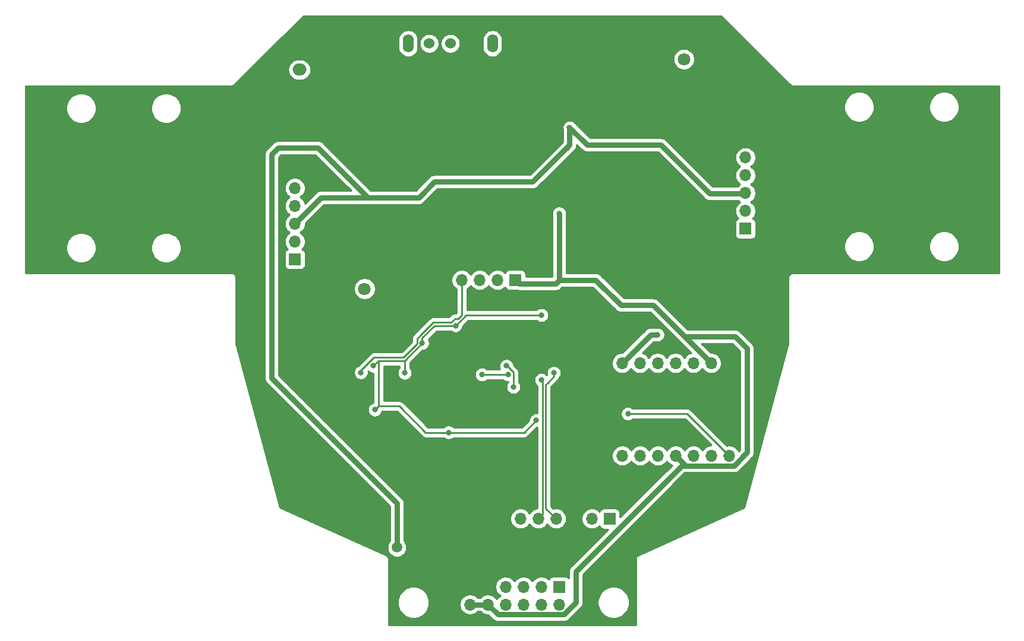
<source format=gbr>
%TF.GenerationSoftware,KiCad,Pcbnew,(5.1.9)-1*%
%TF.CreationDate,2021-05-12T23:16:12+02:00*%
%TF.ProjectId,PlytkaGlowna,506c7974-6b61-4476-9c6f-776e612e6b69,rev?*%
%TF.SameCoordinates,Original*%
%TF.FileFunction,Copper,L2,Bot*%
%TF.FilePolarity,Positive*%
%FSLAX46Y46*%
G04 Gerber Fmt 4.6, Leading zero omitted, Abs format (unit mm)*
G04 Created by KiCad (PCBNEW (5.1.9)-1) date 2021-05-12 23:16:12*
%MOMM*%
%LPD*%
G01*
G04 APERTURE LIST*
%TA.AperFunction,ComponentPad*%
%ADD10O,1.700000X1.700000*%
%TD*%
%TA.AperFunction,ComponentPad*%
%ADD11R,1.700000X1.700000*%
%TD*%
%TA.AperFunction,ComponentPad*%
%ADD12R,1.800000X1.800000*%
%TD*%
%TA.AperFunction,ComponentPad*%
%ADD13C,1.800000*%
%TD*%
%TA.AperFunction,ComponentPad*%
%ADD14O,2.000000X1.700000*%
%TD*%
%TA.AperFunction,ComponentPad*%
%ADD15C,1.524000*%
%TD*%
%TA.AperFunction,ComponentPad*%
%ADD16O,1.550000X2.600000*%
%TD*%
%TA.AperFunction,ViaPad*%
%ADD17C,0.800000*%
%TD*%
%TA.AperFunction,ViaPad*%
%ADD18C,1.500000*%
%TD*%
%TA.AperFunction,Conductor*%
%ADD19C,0.250000*%
%TD*%
%TA.AperFunction,Conductor*%
%ADD20C,0.750000*%
%TD*%
%TA.AperFunction,Conductor*%
%ADD21C,0.254000*%
%TD*%
%TA.AperFunction,Conductor*%
%ADD22C,0.100000*%
%TD*%
G04 APERTURE END LIST*
D10*
%TO.P,J6,6*%
%TO.N,GND*%
X201540000Y-76730000D03*
%TO.P,J6,5*%
%TO.N,ENCODER12*%
X201540000Y-79270000D03*
%TO.P,J6,4*%
%TO.N,ENCODER11*%
X201540000Y-81810000D03*
%TO.P,J6,3*%
%TO.N,+5V*%
X201540000Y-84350000D03*
%TO.P,J6,2*%
%TO.N,AO1*%
X201540000Y-86890000D03*
D11*
%TO.P,J6,1*%
%TO.N,AO2*%
X201540000Y-89430000D03*
%TD*%
%TO.P,J7,1*%
%TO.N,BO2*%
X137350000Y-93790000D03*
D10*
%TO.P,J7,2*%
%TO.N,BO1*%
X137350000Y-91250000D03*
%TO.P,J7,3*%
%TO.N,+5V*%
X137350000Y-88710000D03*
%TO.P,J7,4*%
%TO.N,ENCODER21*%
X137350000Y-86170000D03*
%TO.P,J7,5*%
%TO.N,ENCODER22*%
X137350000Y-83630000D03*
%TO.P,J7,6*%
%TO.N,GND*%
X137350000Y-81090000D03*
%TD*%
%TO.P,J5,8*%
%TO.N,PWM1*%
X199230000Y-121804999D03*
%TO.P,J5,7*%
%TO.N,AIN2*%
X196690000Y-121804999D03*
%TO.P,J5,6*%
%TO.N,AIN1*%
X194150000Y-121804999D03*
%TO.P,J5,5*%
%TO.N,VDD*%
X191610000Y-121804999D03*
%TO.P,J5,4*%
%TO.N,BIN1*%
X189070000Y-121804999D03*
%TO.P,J5,3*%
%TO.N,BIN2*%
X186530000Y-121804999D03*
%TO.P,J5,2*%
%TO.N,PWM2*%
X183990000Y-121804999D03*
D11*
%TO.P,J5,1*%
%TO.N,GND*%
X181450000Y-121804999D03*
%TD*%
D12*
%TO.P,D1,1*%
%TO.N,GND*%
X190250000Y-65250000D03*
D13*
%TO.P,D1,2*%
%TO.N,Net-(D1-Pad2)*%
X192790000Y-65250000D03*
%TD*%
%TO.P,D2,2*%
%TO.N,Net-(D2-Pad2)*%
X147290000Y-98000000D03*
D12*
%TO.P,D2,1*%
%TO.N,GND*%
X144750000Y-98000000D03*
%TD*%
%TO.P,J1,1*%
%TO.N,GND*%
%TA.AperFunction,ComponentPad*%
G36*
G01*
X138750000Y-70100000D02*
X137250000Y-70100000D01*
G75*
G02*
X137000000Y-69850000I0J250000D01*
G01*
X137000000Y-68650000D01*
G75*
G02*
X137250000Y-68400000I250000J0D01*
G01*
X138750000Y-68400000D01*
G75*
G02*
X139000000Y-68650000I0J-250000D01*
G01*
X139000000Y-69850000D01*
G75*
G02*
X138750000Y-70100000I-250000J0D01*
G01*
G37*
%TD.AperFunction*%
D14*
%TO.P,J1,2*%
%TO.N,Net-(J1-Pad2)*%
X138000000Y-66750000D03*
%TD*%
D11*
%TO.P,J2,1*%
%TO.N,VDD*%
X168750000Y-96750000D03*
D10*
%TO.P,J2,2*%
%TO.N,SWDIO*%
X166210000Y-96750000D03*
%TO.P,J2,3*%
%TO.N,SWCLK*%
X163670000Y-96750000D03*
%TO.P,J2,4*%
%TO.N,NRST*%
X161130000Y-96750000D03*
%TO.P,J2,5*%
%TO.N,GND*%
X158590000Y-96750000D03*
%TD*%
D11*
%TO.P,J3,1*%
%TO.N,N/C*%
X182200000Y-130800000D03*
D10*
%TO.P,J3,2*%
%TO.N,+5V*%
X179660000Y-130800000D03*
%TO.P,J3,3*%
%TO.N,GND*%
X177120000Y-130800000D03*
%TO.P,J3,4*%
%TO.N,TXD*%
X174580000Y-130800000D03*
%TO.P,J3,5*%
%TO.N,RXD*%
X172040000Y-130800000D03*
%TO.P,J3,6*%
%TO.N,N/C*%
X169500000Y-130800000D03*
%TD*%
D11*
%TO.P,J4,1*%
%TO.N,GND*%
X199200000Y-108610000D03*
D10*
%TO.P,J4,2*%
%TO.N,VDD*%
X196660000Y-108610000D03*
%TO.P,J4,3*%
%TO.N,AO1*%
X194120000Y-108610000D03*
%TO.P,J4,4*%
%TO.N,AO2*%
X191580000Y-108610000D03*
%TO.P,J4,5*%
%TO.N,BO2*%
X189040000Y-108610000D03*
%TO.P,J4,6*%
%TO.N,BO1*%
X186500000Y-108610000D03*
%TO.P,J4,7*%
%TO.N,7\u002C4V*%
X183960000Y-108610000D03*
%TO.P,J4,8*%
%TO.N,GND*%
X181420000Y-108610000D03*
%TD*%
D11*
%TO.P,J8,1*%
%TO.N,ADC1_IN8*%
X175000000Y-140500000D03*
D10*
%TO.P,J8,2*%
%TO.N,ADC1_IN15*%
X175000000Y-143040000D03*
%TO.P,J8,3*%
%TO.N,ADC1_IN14*%
X172460000Y-140500000D03*
%TO.P,J8,4*%
%TO.N,ADC1_IN7*%
X172460000Y-143040000D03*
%TO.P,J8,5*%
%TO.N,ADC1_IN6*%
X169920000Y-140500000D03*
%TO.P,J8,6*%
%TO.N,ADC1_IN5*%
X169920000Y-143040000D03*
%TO.P,J8,7*%
%TO.N,ADC1_IN4*%
X167380000Y-140500000D03*
%TO.P,J8,8*%
%TO.N,ADC1_IN3*%
X167380000Y-143040000D03*
%TO.P,J8,9*%
%TO.N,GND*%
X164840000Y-140500000D03*
%TO.P,J8,10*%
%TO.N,VDD*%
X164840000Y-143040000D03*
%TO.P,J8,11*%
%TO.N,GND*%
X162300000Y-140500000D03*
%TO.P,J8,12*%
%TO.N,VDD*%
X162300000Y-143040000D03*
%TD*%
D15*
%TO.P,SW2,1*%
%TO.N,GND*%
X162500000Y-63000000D03*
%TO.P,SW2,2*%
%TO.N,Net-(R4-Pad2)*%
X159500000Y-63000000D03*
%TO.P,SW2,3*%
X156500000Y-63000000D03*
D16*
%TO.P,SW2,5*%
%TO.N,N/C*%
X165500000Y-63000000D03*
X153500000Y-63000000D03*
%TD*%
D17*
%TO.N,VDD*%
X172500000Y-101750000D03*
X160250000Y-103250000D03*
X155500000Y-105750000D03*
X148500000Y-109000000D03*
X148750000Y-115250000D03*
X171750000Y-116750000D03*
X175000000Y-87250000D03*
X174500000Y-97250000D03*
X159250000Y-118500000D03*
X153000000Y-110000000D03*
%TO.N,GND*%
X158750000Y-121000000D03*
X158000000Y-122000000D03*
X157500000Y-123000000D03*
%TO.N,NRST*%
X146765421Y-109951158D03*
%TO.N,7\u002C4V*%
X189020000Y-104540000D03*
%TO.N,+5V*%
X176500000Y-75000000D03*
D18*
X151900000Y-134910000D03*
D17*
%TO.N,TXD*%
X174250000Y-110000000D03*
%TO.N,RXD*%
X172500000Y-111000000D03*
%TO.N,PWM2*%
X168500000Y-112000000D03*
X167500000Y-109000000D03*
%TO.N,PWM1*%
X184810000Y-115830000D03*
%TO.N,LED1*%
X167750000Y-110250000D03*
X164000000Y-110250000D03*
%TD*%
D19*
%TO.N,VDD*%
X172500000Y-101750000D02*
X161750000Y-101750000D01*
X161750000Y-101750000D02*
X160250000Y-103250000D01*
X160250000Y-103250000D02*
X158000000Y-103250000D01*
X158000000Y-103250000D02*
X157250000Y-103250000D01*
X155500000Y-105000000D02*
X155500000Y-105750000D01*
X157250000Y-103250000D02*
X155500000Y-105000000D01*
X155500000Y-105750000D02*
X153000000Y-108250000D01*
X149250000Y-108250000D02*
X148500000Y-109000000D01*
X153000000Y-108250000D02*
X149250000Y-108250000D01*
X149250000Y-114750000D02*
X148750000Y-115250000D01*
X149250000Y-108250000D02*
X149250000Y-114750000D01*
X149250000Y-114750000D02*
X152250000Y-114750000D01*
X152250000Y-114750000D02*
X156000000Y-118500000D01*
X170000000Y-118500000D02*
X171750000Y-116750000D01*
D20*
X175000000Y-87250000D02*
X175000000Y-96750000D01*
X175000000Y-96750000D02*
X174500000Y-97250000D01*
X169250000Y-97250000D02*
X168750000Y-96750000D01*
X174500000Y-97250000D02*
X169250000Y-97250000D01*
X164840000Y-143040000D02*
X162300000Y-143040000D01*
D19*
X156000000Y-118500000D02*
X159250000Y-118500000D01*
X162250000Y-118500000D02*
X159250000Y-118500000D01*
X160750000Y-118500000D02*
X162250000Y-118500000D01*
X162250000Y-118500000D02*
X170000000Y-118500000D01*
X153000000Y-108250000D02*
X153000000Y-110000000D01*
D20*
X175000000Y-96750000D02*
X180195001Y-96750000D01*
X183795001Y-100350000D02*
X180195001Y-96750000D01*
X183795001Y-100350000D02*
X188400000Y-100350000D01*
X188400000Y-100350000D02*
X192850000Y-104800000D01*
X192850000Y-104800000D02*
X196660000Y-108610000D01*
X193035001Y-123230000D02*
X191610000Y-121804999D01*
X192470000Y-123230000D02*
X177370000Y-138330000D01*
X193035001Y-123230000D02*
X192470000Y-123230000D01*
X175684001Y-144465001D02*
X166265001Y-144465001D01*
X166265001Y-144465001D02*
X164840000Y-143040000D01*
X177370000Y-142779002D02*
X175684001Y-144465001D01*
X177370000Y-138330000D02*
X177370000Y-142779002D01*
X199914001Y-123230000D02*
X193035001Y-123230000D01*
X201779990Y-121364011D02*
X199914001Y-123230000D01*
X201779990Y-106529990D02*
X201779990Y-121364011D01*
X200050000Y-104800000D02*
X201779990Y-106529990D01*
X192850000Y-104800000D02*
X200050000Y-104800000D01*
D19*
%TO.N,GND*%
X158750000Y-121250000D02*
X158000000Y-122000000D01*
X158750000Y-121000000D02*
X158750000Y-121250000D01*
D20*
X162300000Y-140500000D02*
X164840000Y-140500000D01*
D19*
%TO.N,NRST*%
X161130000Y-96750000D02*
X161130000Y-101733590D01*
X161130000Y-101733590D02*
X160613590Y-102250000D01*
X160176998Y-102250000D02*
X159627008Y-102799990D01*
X160613590Y-102250000D02*
X160176998Y-102250000D01*
X159627008Y-102799990D02*
X158186400Y-102799990D01*
X158186400Y-102799990D02*
X157063599Y-102799991D01*
X157063599Y-102799991D02*
X155306795Y-104556795D01*
X155306795Y-104556795D02*
X154750000Y-105113590D01*
X154750000Y-105113590D02*
X154750000Y-105863590D01*
X154750000Y-105863590D02*
X153056795Y-107556795D01*
X153056795Y-107556795D02*
X152813600Y-107799990D01*
X152813600Y-107799990D02*
X150250000Y-107799990D01*
X146765421Y-109661577D02*
X146765421Y-109951158D01*
X148627008Y-107799990D02*
X146765421Y-109661577D01*
X150250000Y-107799990D02*
X148627008Y-107799990D01*
D20*
%TO.N,7\u002C4V*%
X188030000Y-104540000D02*
X183960000Y-108610000D01*
X189020000Y-104540000D02*
X188030000Y-104540000D01*
%TO.N,+5V*%
X176500000Y-75000000D02*
X179000000Y-77500000D01*
X179000000Y-77500000D02*
X189500000Y-77500000D01*
X189500000Y-77500000D02*
X196420000Y-84420000D01*
X176500000Y-75000000D02*
X176500000Y-77500000D01*
X176500000Y-77500000D02*
X176000000Y-78000000D01*
X201470000Y-84420000D02*
X201540000Y-84350000D01*
X196420000Y-84420000D02*
X201470000Y-84420000D01*
X157250000Y-82750000D02*
X155000000Y-85000000D01*
X171250000Y-82750000D02*
X157250000Y-82750000D01*
X141060000Y-85000000D02*
X137350000Y-88710000D01*
X176500000Y-77500000D02*
X171250000Y-82750000D01*
X155000000Y-85000000D02*
X147770000Y-85000000D01*
X147770000Y-85000000D02*
X141060000Y-85000000D01*
X151900000Y-128590000D02*
X151900000Y-134910000D01*
X134020000Y-110710000D02*
X151900000Y-128590000D01*
X134020000Y-78830000D02*
X134020000Y-110710000D01*
X140650000Y-77860000D02*
X134990000Y-77860000D01*
X134990000Y-77860000D02*
X134020000Y-78830000D01*
X147770000Y-84980000D02*
X140650000Y-77860000D01*
X147770000Y-85000000D02*
X147770000Y-84980000D01*
D19*
%TO.N,TXD*%
X174250000Y-110500000D02*
X174250000Y-110000000D01*
X174580000Y-130800000D02*
X173110011Y-129330011D01*
X173110011Y-129330011D02*
X173110011Y-111639989D01*
X173375000Y-111375000D02*
X174250000Y-110500000D01*
X173110011Y-111639989D02*
X173375000Y-111375000D01*
X173110010Y-111639990D02*
X173375000Y-111375000D01*
%TO.N,RXD*%
X172660000Y-111160000D02*
X172500000Y-111000000D01*
X172660001Y-111160001D02*
X172500000Y-111000000D01*
X172660001Y-130179999D02*
X172660001Y-111160001D01*
X172040000Y-130800000D02*
X172660001Y-130179999D01*
%TO.N,PWM2*%
X168500000Y-112000000D02*
X168500000Y-109926998D01*
X168500000Y-109926998D02*
X167573002Y-109000000D01*
X167573002Y-109000000D02*
X167500000Y-109000000D01*
%TO.N,PWM1*%
X193255001Y-115830000D02*
X186280000Y-115830000D01*
X199230000Y-121804999D02*
X193255001Y-115830000D01*
X186280000Y-115830000D02*
X184810000Y-115830000D01*
X184810000Y-115830000D02*
X184810000Y-115830000D01*
%TO.N,LED1*%
X167750000Y-110250000D02*
X164000000Y-110250000D01*
%TD*%
D21*
%TO.N,GND*%
X207810388Y-68843769D02*
X207831052Y-68868948D01*
X207931550Y-68951425D01*
X208046207Y-69012710D01*
X208170617Y-69050450D01*
X208267581Y-69060000D01*
X208267588Y-69060000D01*
X208300000Y-69063192D01*
X208332412Y-69060000D01*
X237650001Y-69060000D01*
X237650000Y-95740000D01*
X208332419Y-95740000D01*
X208300000Y-95736807D01*
X208267581Y-95740000D01*
X208170617Y-95749550D01*
X208046207Y-95787290D01*
X207931550Y-95848575D01*
X207831052Y-95931052D01*
X207748575Y-96031550D01*
X207687290Y-96146207D01*
X207649550Y-96270617D01*
X207636807Y-96400000D01*
X207640000Y-96432418D01*
X207640001Y-105812805D01*
X201344017Y-129225999D01*
X186330030Y-135958813D01*
X186307995Y-135965497D01*
X186270851Y-135985351D01*
X186262149Y-135989253D01*
X186242282Y-136000621D01*
X186193338Y-136026782D01*
X186185912Y-136032877D01*
X186177582Y-136037643D01*
X186135752Y-136074041D01*
X186092840Y-136109259D01*
X186086745Y-136116686D01*
X186079506Y-136122985D01*
X186045574Y-136166853D01*
X186010363Y-136209758D01*
X186005836Y-136218227D01*
X185999963Y-136225820D01*
X185975234Y-136275480D01*
X185949078Y-136324415D01*
X185946291Y-136333604D01*
X185942011Y-136342198D01*
X185927445Y-136395727D01*
X185911338Y-136448825D01*
X185910397Y-136458381D01*
X185907876Y-136467645D01*
X185904033Y-136522997D01*
X185901788Y-136545789D01*
X185901788Y-136555328D01*
X185898871Y-136597340D01*
X185901788Y-136620180D01*
X185901789Y-145940001D01*
X150698213Y-145940001D01*
X150698213Y-142526444D01*
X151980202Y-142526444D01*
X151980202Y-142973556D01*
X152067429Y-143412076D01*
X152238531Y-143825153D01*
X152486932Y-144196912D01*
X152803088Y-144513068D01*
X153174847Y-144761469D01*
X153587924Y-144932571D01*
X154026444Y-145019798D01*
X154473556Y-145019798D01*
X154912076Y-144932571D01*
X155325153Y-144761469D01*
X155696912Y-144513068D01*
X156013068Y-144196912D01*
X156261469Y-143825153D01*
X156432571Y-143412076D01*
X156519798Y-142973556D01*
X156519798Y-142526444D01*
X156432571Y-142087924D01*
X156261469Y-141674847D01*
X156013068Y-141303088D01*
X155696912Y-140986932D01*
X155325153Y-140738531D01*
X154912076Y-140567429D01*
X154473556Y-140480202D01*
X154026444Y-140480202D01*
X153587924Y-140567429D01*
X153174847Y-140738531D01*
X152803088Y-140986932D01*
X152486932Y-141303088D01*
X152238531Y-141674847D01*
X152067429Y-142087924D01*
X151980202Y-142526444D01*
X150698213Y-142526444D01*
X150698213Y-136620172D01*
X150701129Y-136597340D01*
X150698213Y-136555342D01*
X150698213Y-136545789D01*
X150695965Y-136522964D01*
X150692124Y-136467644D01*
X150689605Y-136458385D01*
X150688663Y-136448825D01*
X150672548Y-136395703D01*
X150657989Y-136342197D01*
X150653711Y-136333607D01*
X150650923Y-136324415D01*
X150624759Y-136275466D01*
X150600037Y-136225819D01*
X150594165Y-136218228D01*
X150589638Y-136209758D01*
X150554429Y-136166856D01*
X150520494Y-136122984D01*
X150513253Y-136116683D01*
X150507161Y-136109260D01*
X150464278Y-136074067D01*
X150422418Y-136037642D01*
X150414081Y-136032871D01*
X150406662Y-136026783D01*
X150357759Y-136000644D01*
X150337850Y-135989252D01*
X150329131Y-135985342D01*
X150292005Y-135965498D01*
X150269980Y-135958817D01*
X135255983Y-129226000D01*
X128960000Y-105812811D01*
X128960000Y-96432418D01*
X128963193Y-96400000D01*
X128950450Y-96270617D01*
X128912710Y-96146207D01*
X128851425Y-96031550D01*
X128768948Y-95931052D01*
X128668450Y-95848575D01*
X128553793Y-95787290D01*
X128429383Y-95749550D01*
X128332419Y-95740000D01*
X128300000Y-95736807D01*
X128267581Y-95740000D01*
X98950000Y-95740000D01*
X98950000Y-91926323D01*
X104730497Y-91926323D01*
X104730497Y-92353677D01*
X104813870Y-92772821D01*
X104977412Y-93167645D01*
X105214837Y-93522977D01*
X105517023Y-93825163D01*
X105872355Y-94062588D01*
X106267179Y-94226130D01*
X106686323Y-94309503D01*
X107113677Y-94309503D01*
X107532821Y-94226130D01*
X107927645Y-94062588D01*
X108282977Y-93825163D01*
X108585163Y-93522977D01*
X108822588Y-93167645D01*
X108986130Y-92772821D01*
X109069503Y-92353677D01*
X109069503Y-91926323D01*
X116830497Y-91926323D01*
X116830497Y-92353677D01*
X116913870Y-92772821D01*
X117077412Y-93167645D01*
X117314837Y-93522977D01*
X117617023Y-93825163D01*
X117972355Y-94062588D01*
X118367179Y-94226130D01*
X118786323Y-94309503D01*
X119213677Y-94309503D01*
X119632821Y-94226130D01*
X120027645Y-94062588D01*
X120382977Y-93825163D01*
X120685163Y-93522977D01*
X120922588Y-93167645D01*
X121086130Y-92772821D01*
X121169503Y-92353677D01*
X121169503Y-91926323D01*
X121086130Y-91507179D01*
X120922588Y-91112355D01*
X120685163Y-90757023D01*
X120382977Y-90454837D01*
X120027645Y-90217412D01*
X119632821Y-90053870D01*
X119213677Y-89970497D01*
X118786323Y-89970497D01*
X118367179Y-90053870D01*
X117972355Y-90217412D01*
X117617023Y-90454837D01*
X117314837Y-90757023D01*
X117077412Y-91112355D01*
X116913870Y-91507179D01*
X116830497Y-91926323D01*
X109069503Y-91926323D01*
X108986130Y-91507179D01*
X108822588Y-91112355D01*
X108585163Y-90757023D01*
X108282977Y-90454837D01*
X107927645Y-90217412D01*
X107532821Y-90053870D01*
X107113677Y-89970497D01*
X106686323Y-89970497D01*
X106267179Y-90053870D01*
X105872355Y-90217412D01*
X105517023Y-90454837D01*
X105214837Y-90757023D01*
X104977412Y-91112355D01*
X104813870Y-91507179D01*
X104730497Y-91926323D01*
X98950000Y-91926323D01*
X98950000Y-78830000D01*
X133005114Y-78830000D01*
X133010000Y-78879608D01*
X133010001Y-110660382D01*
X133005114Y-110710000D01*
X133024615Y-110907994D01*
X133082368Y-111098379D01*
X133162878Y-111249003D01*
X133176154Y-111273840D01*
X133302368Y-111427633D01*
X133340901Y-111459256D01*
X150890000Y-129008356D01*
X150890001Y-133961314D01*
X150824201Y-134027114D01*
X150672629Y-134253957D01*
X150568225Y-134506011D01*
X150515000Y-134773589D01*
X150515000Y-135046411D01*
X150568225Y-135313989D01*
X150672629Y-135566043D01*
X150824201Y-135792886D01*
X151017114Y-135985799D01*
X151243957Y-136137371D01*
X151496011Y-136241775D01*
X151763589Y-136295000D01*
X152036411Y-136295000D01*
X152303989Y-136241775D01*
X152556043Y-136137371D01*
X152782886Y-135985799D01*
X152975799Y-135792886D01*
X153127371Y-135566043D01*
X153231775Y-135313989D01*
X153285000Y-135046411D01*
X153285000Y-134773589D01*
X153231775Y-134506011D01*
X153127371Y-134253957D01*
X152975799Y-134027114D01*
X152910000Y-133961315D01*
X152910000Y-128639597D01*
X152914885Y-128589999D01*
X152910000Y-128540401D01*
X152910000Y-128540392D01*
X152895385Y-128392006D01*
X152837632Y-128201620D01*
X152743847Y-128026160D01*
X152617633Y-127872367D01*
X152579100Y-127840744D01*
X135030000Y-110291645D01*
X135030000Y-109849219D01*
X145730421Y-109849219D01*
X145730421Y-110053097D01*
X145770195Y-110253056D01*
X145848216Y-110441414D01*
X145961484Y-110610932D01*
X146105647Y-110755095D01*
X146275165Y-110868363D01*
X146463523Y-110946384D01*
X146663482Y-110986158D01*
X146867360Y-110986158D01*
X147067319Y-110946384D01*
X147255677Y-110868363D01*
X147425195Y-110755095D01*
X147569358Y-110610932D01*
X147682626Y-110441414D01*
X147760647Y-110253056D01*
X147800421Y-110053097D01*
X147800421Y-109849219D01*
X147779294Y-109743005D01*
X147840226Y-109803937D01*
X148009744Y-109917205D01*
X148198102Y-109995226D01*
X148398061Y-110035000D01*
X148490000Y-110035000D01*
X148490001Y-114246440D01*
X148448102Y-114254774D01*
X148259744Y-114332795D01*
X148090226Y-114446063D01*
X147946063Y-114590226D01*
X147832795Y-114759744D01*
X147754774Y-114948102D01*
X147715000Y-115148061D01*
X147715000Y-115351939D01*
X147754774Y-115551898D01*
X147832795Y-115740256D01*
X147946063Y-115909774D01*
X148090226Y-116053937D01*
X148259744Y-116167205D01*
X148448102Y-116245226D01*
X148648061Y-116285000D01*
X148851939Y-116285000D01*
X149051898Y-116245226D01*
X149240256Y-116167205D01*
X149409774Y-116053937D01*
X149553937Y-115909774D01*
X149667205Y-115740256D01*
X149745226Y-115551898D01*
X149753560Y-115510000D01*
X151935199Y-115510000D01*
X155436201Y-119011003D01*
X155459999Y-119040001D01*
X155575724Y-119134974D01*
X155707753Y-119205546D01*
X155851014Y-119249003D01*
X155962667Y-119260000D01*
X155962677Y-119260000D01*
X156000000Y-119263676D01*
X156037323Y-119260000D01*
X158546289Y-119260000D01*
X158590226Y-119303937D01*
X158759744Y-119417205D01*
X158948102Y-119495226D01*
X159148061Y-119535000D01*
X159351939Y-119535000D01*
X159551898Y-119495226D01*
X159740256Y-119417205D01*
X159909774Y-119303937D01*
X159953711Y-119260000D01*
X169962678Y-119260000D01*
X170000000Y-119263676D01*
X170037322Y-119260000D01*
X170037333Y-119260000D01*
X170148986Y-119249003D01*
X170292247Y-119205546D01*
X170424276Y-119134974D01*
X170540001Y-119040001D01*
X170563804Y-119010997D01*
X171789802Y-117785000D01*
X171851939Y-117785000D01*
X171900002Y-117775440D01*
X171900001Y-129315000D01*
X171893740Y-129315000D01*
X171606842Y-129372068D01*
X171336589Y-129484010D01*
X171093368Y-129646525D01*
X170886525Y-129853368D01*
X170770000Y-130027760D01*
X170653475Y-129853368D01*
X170446632Y-129646525D01*
X170203411Y-129484010D01*
X169933158Y-129372068D01*
X169646260Y-129315000D01*
X169353740Y-129315000D01*
X169066842Y-129372068D01*
X168796589Y-129484010D01*
X168553368Y-129646525D01*
X168346525Y-129853368D01*
X168184010Y-130096589D01*
X168072068Y-130366842D01*
X168015000Y-130653740D01*
X168015000Y-130946260D01*
X168072068Y-131233158D01*
X168184010Y-131503411D01*
X168346525Y-131746632D01*
X168553368Y-131953475D01*
X168796589Y-132115990D01*
X169066842Y-132227932D01*
X169353740Y-132285000D01*
X169646260Y-132285000D01*
X169933158Y-132227932D01*
X170203411Y-132115990D01*
X170446632Y-131953475D01*
X170653475Y-131746632D01*
X170770000Y-131572240D01*
X170886525Y-131746632D01*
X171093368Y-131953475D01*
X171336589Y-132115990D01*
X171606842Y-132227932D01*
X171893740Y-132285000D01*
X172186260Y-132285000D01*
X172473158Y-132227932D01*
X172743411Y-132115990D01*
X172986632Y-131953475D01*
X173193475Y-131746632D01*
X173310000Y-131572240D01*
X173426525Y-131746632D01*
X173633368Y-131953475D01*
X173876589Y-132115990D01*
X174146842Y-132227932D01*
X174433740Y-132285000D01*
X174726260Y-132285000D01*
X175013158Y-132227932D01*
X175283411Y-132115990D01*
X175526632Y-131953475D01*
X175733475Y-131746632D01*
X175895990Y-131503411D01*
X176007932Y-131233158D01*
X176065000Y-130946260D01*
X176065000Y-130653740D01*
X176007932Y-130366842D01*
X175895990Y-130096589D01*
X175733475Y-129853368D01*
X175526632Y-129646525D01*
X175283411Y-129484010D01*
X175013158Y-129372068D01*
X174726260Y-129315000D01*
X174433740Y-129315000D01*
X174213592Y-129358790D01*
X173870011Y-129015210D01*
X173870011Y-111954791D01*
X173938799Y-111886003D01*
X173938803Y-111885998D01*
X174761004Y-111063798D01*
X174790001Y-111040001D01*
X174884974Y-110924276D01*
X174955546Y-110792247D01*
X174970386Y-110743325D01*
X175053937Y-110659774D01*
X175167205Y-110490256D01*
X175245226Y-110301898D01*
X175285000Y-110101939D01*
X175285000Y-109898061D01*
X175245226Y-109698102D01*
X175167205Y-109509744D01*
X175053937Y-109340226D01*
X174909774Y-109196063D01*
X174740256Y-109082795D01*
X174551898Y-109004774D01*
X174351939Y-108965000D01*
X174148061Y-108965000D01*
X173948102Y-109004774D01*
X173759744Y-109082795D01*
X173590226Y-109196063D01*
X173446063Y-109340226D01*
X173332795Y-109509744D01*
X173254774Y-109698102D01*
X173215000Y-109898061D01*
X173215000Y-110101939D01*
X173252084Y-110288373D01*
X173159774Y-110196063D01*
X172990256Y-110082795D01*
X172801898Y-110004774D01*
X172601939Y-109965000D01*
X172398061Y-109965000D01*
X172198102Y-110004774D01*
X172009744Y-110082795D01*
X171840226Y-110196063D01*
X171696063Y-110340226D01*
X171582795Y-110509744D01*
X171504774Y-110698102D01*
X171465000Y-110898061D01*
X171465000Y-111101939D01*
X171504774Y-111301898D01*
X171582795Y-111490256D01*
X171696063Y-111659774D01*
X171840226Y-111803937D01*
X171900002Y-111843878D01*
X171900002Y-115724560D01*
X171851939Y-115715000D01*
X171648061Y-115715000D01*
X171448102Y-115754774D01*
X171259744Y-115832795D01*
X171090226Y-115946063D01*
X170946063Y-116090226D01*
X170832795Y-116259744D01*
X170754774Y-116448102D01*
X170715000Y-116648061D01*
X170715000Y-116710198D01*
X169685199Y-117740000D01*
X159953711Y-117740000D01*
X159909774Y-117696063D01*
X159740256Y-117582795D01*
X159551898Y-117504774D01*
X159351939Y-117465000D01*
X159148061Y-117465000D01*
X158948102Y-117504774D01*
X158759744Y-117582795D01*
X158590226Y-117696063D01*
X158546289Y-117740000D01*
X156314802Y-117740000D01*
X152813804Y-114239003D01*
X152790001Y-114209999D01*
X152674276Y-114115026D01*
X152542247Y-114044454D01*
X152398986Y-114000997D01*
X152287333Y-113990000D01*
X152287322Y-113990000D01*
X152250000Y-113986324D01*
X152212678Y-113990000D01*
X150010000Y-113990000D01*
X150010000Y-109010000D01*
X152240000Y-109010000D01*
X152240001Y-109296288D01*
X152196063Y-109340226D01*
X152082795Y-109509744D01*
X152004774Y-109698102D01*
X151965000Y-109898061D01*
X151965000Y-110101939D01*
X152004774Y-110301898D01*
X152082795Y-110490256D01*
X152196063Y-110659774D01*
X152340226Y-110803937D01*
X152509744Y-110917205D01*
X152698102Y-110995226D01*
X152898061Y-111035000D01*
X153101939Y-111035000D01*
X153301898Y-110995226D01*
X153490256Y-110917205D01*
X153659774Y-110803937D01*
X153803937Y-110659774D01*
X153917205Y-110490256D01*
X153995226Y-110301898D01*
X154025825Y-110148061D01*
X162965000Y-110148061D01*
X162965000Y-110351939D01*
X163004774Y-110551898D01*
X163082795Y-110740256D01*
X163196063Y-110909774D01*
X163340226Y-111053937D01*
X163509744Y-111167205D01*
X163698102Y-111245226D01*
X163898061Y-111285000D01*
X164101939Y-111285000D01*
X164301898Y-111245226D01*
X164490256Y-111167205D01*
X164659774Y-111053937D01*
X164703711Y-111010000D01*
X167046289Y-111010000D01*
X167090226Y-111053937D01*
X167259744Y-111167205D01*
X167448102Y-111245226D01*
X167648061Y-111285000D01*
X167740000Y-111285000D01*
X167740000Y-111296289D01*
X167696063Y-111340226D01*
X167582795Y-111509744D01*
X167504774Y-111698102D01*
X167465000Y-111898061D01*
X167465000Y-112101939D01*
X167504774Y-112301898D01*
X167582795Y-112490256D01*
X167696063Y-112659774D01*
X167840226Y-112803937D01*
X168009744Y-112917205D01*
X168198102Y-112995226D01*
X168398061Y-113035000D01*
X168601939Y-113035000D01*
X168801898Y-112995226D01*
X168990256Y-112917205D01*
X169159774Y-112803937D01*
X169303937Y-112659774D01*
X169417205Y-112490256D01*
X169495226Y-112301898D01*
X169535000Y-112101939D01*
X169535000Y-111898061D01*
X169495226Y-111698102D01*
X169417205Y-111509744D01*
X169303937Y-111340226D01*
X169260000Y-111296289D01*
X169260000Y-109964320D01*
X169263676Y-109926997D01*
X169260000Y-109889674D01*
X169260000Y-109889665D01*
X169249003Y-109778012D01*
X169205546Y-109634751D01*
X169163790Y-109556632D01*
X169134974Y-109502721D01*
X169063799Y-109415995D01*
X169040001Y-109386997D01*
X169011003Y-109363199D01*
X168532302Y-108884499D01*
X168495226Y-108698102D01*
X168417205Y-108509744D01*
X168303937Y-108340226D01*
X168159774Y-108196063D01*
X167990256Y-108082795D01*
X167801898Y-108004774D01*
X167601939Y-107965000D01*
X167398061Y-107965000D01*
X167198102Y-108004774D01*
X167009744Y-108082795D01*
X166840226Y-108196063D01*
X166696063Y-108340226D01*
X166582795Y-108509744D01*
X166504774Y-108698102D01*
X166465000Y-108898061D01*
X166465000Y-109101939D01*
X166504774Y-109301898D01*
X166582689Y-109490000D01*
X164703711Y-109490000D01*
X164659774Y-109446063D01*
X164490256Y-109332795D01*
X164301898Y-109254774D01*
X164101939Y-109215000D01*
X163898061Y-109215000D01*
X163698102Y-109254774D01*
X163509744Y-109332795D01*
X163340226Y-109446063D01*
X163196063Y-109590226D01*
X163082795Y-109759744D01*
X163004774Y-109948102D01*
X162965000Y-110148061D01*
X154025825Y-110148061D01*
X154035000Y-110101939D01*
X154035000Y-109898061D01*
X153995226Y-109698102D01*
X153917205Y-109509744D01*
X153803937Y-109340226D01*
X153760000Y-109296289D01*
X153760000Y-108564801D01*
X155539802Y-106785000D01*
X155601939Y-106785000D01*
X155801898Y-106745226D01*
X155990256Y-106667205D01*
X156159774Y-106553937D01*
X156303937Y-106409774D01*
X156417205Y-106240256D01*
X156495226Y-106051898D01*
X156535000Y-105851939D01*
X156535000Y-105648061D01*
X156495226Y-105448102D01*
X156417205Y-105259744D01*
X156376290Y-105198511D01*
X157564802Y-104010000D01*
X159546289Y-104010000D01*
X159590226Y-104053937D01*
X159759744Y-104167205D01*
X159948102Y-104245226D01*
X160148061Y-104285000D01*
X160351939Y-104285000D01*
X160551898Y-104245226D01*
X160740256Y-104167205D01*
X160909774Y-104053937D01*
X161053937Y-103909774D01*
X161167205Y-103740256D01*
X161245226Y-103551898D01*
X161285000Y-103351939D01*
X161285000Y-103289801D01*
X162064802Y-102510000D01*
X171796289Y-102510000D01*
X171840226Y-102553937D01*
X172009744Y-102667205D01*
X172198102Y-102745226D01*
X172398061Y-102785000D01*
X172601939Y-102785000D01*
X172801898Y-102745226D01*
X172990256Y-102667205D01*
X173159774Y-102553937D01*
X173303937Y-102409774D01*
X173417205Y-102240256D01*
X173495226Y-102051898D01*
X173535000Y-101851939D01*
X173535000Y-101648061D01*
X173495226Y-101448102D01*
X173417205Y-101259744D01*
X173303937Y-101090226D01*
X173159774Y-100946063D01*
X172990256Y-100832795D01*
X172801898Y-100754774D01*
X172601939Y-100715000D01*
X172398061Y-100715000D01*
X172198102Y-100754774D01*
X172009744Y-100832795D01*
X171840226Y-100946063D01*
X171796289Y-100990000D01*
X161890000Y-100990000D01*
X161890000Y-98028178D01*
X162076632Y-97903475D01*
X162283475Y-97696632D01*
X162400000Y-97522240D01*
X162516525Y-97696632D01*
X162723368Y-97903475D01*
X162966589Y-98065990D01*
X163236842Y-98177932D01*
X163523740Y-98235000D01*
X163816260Y-98235000D01*
X164103158Y-98177932D01*
X164373411Y-98065990D01*
X164616632Y-97903475D01*
X164823475Y-97696632D01*
X164940000Y-97522240D01*
X165056525Y-97696632D01*
X165263368Y-97903475D01*
X165506589Y-98065990D01*
X165776842Y-98177932D01*
X166063740Y-98235000D01*
X166356260Y-98235000D01*
X166643158Y-98177932D01*
X166913411Y-98065990D01*
X167156632Y-97903475D01*
X167288487Y-97771620D01*
X167310498Y-97844180D01*
X167369463Y-97954494D01*
X167448815Y-98051185D01*
X167545506Y-98130537D01*
X167655820Y-98189502D01*
X167775518Y-98225812D01*
X167900000Y-98238072D01*
X169027897Y-98238072D01*
X169052005Y-98245385D01*
X169250000Y-98264886D01*
X169299608Y-98260000D01*
X174272377Y-98260000D01*
X174398061Y-98285000D01*
X174601939Y-98285000D01*
X174801898Y-98245226D01*
X174990256Y-98167205D01*
X175159774Y-98053937D01*
X175303937Y-97909774D01*
X175375132Y-97803223D01*
X175418355Y-97760000D01*
X179776646Y-97760000D01*
X183045744Y-101029099D01*
X183077368Y-101067633D01*
X183231161Y-101193847D01*
X183354446Y-101259744D01*
X183406621Y-101287632D01*
X183597006Y-101345385D01*
X183795001Y-101364886D01*
X183844609Y-101360000D01*
X187981645Y-101360000D01*
X192100739Y-105479094D01*
X192132367Y-105517633D01*
X192170906Y-105549261D01*
X193784322Y-107162678D01*
X193686842Y-107182068D01*
X193416589Y-107294010D01*
X193173368Y-107456525D01*
X192966525Y-107663368D01*
X192850000Y-107837760D01*
X192733475Y-107663368D01*
X192526632Y-107456525D01*
X192283411Y-107294010D01*
X192013158Y-107182068D01*
X191726260Y-107125000D01*
X191433740Y-107125000D01*
X191146842Y-107182068D01*
X190876589Y-107294010D01*
X190633368Y-107456525D01*
X190426525Y-107663368D01*
X190310000Y-107837760D01*
X190193475Y-107663368D01*
X189986632Y-107456525D01*
X189743411Y-107294010D01*
X189473158Y-107182068D01*
X189186260Y-107125000D01*
X188893740Y-107125000D01*
X188606842Y-107182068D01*
X188336589Y-107294010D01*
X188093368Y-107456525D01*
X187886525Y-107663368D01*
X187770000Y-107837760D01*
X187653475Y-107663368D01*
X187446632Y-107456525D01*
X187203411Y-107294010D01*
X186933158Y-107182068D01*
X186835677Y-107162678D01*
X188448355Y-105550000D01*
X188792377Y-105550000D01*
X188918061Y-105575000D01*
X189121939Y-105575000D01*
X189321898Y-105535226D01*
X189510256Y-105457205D01*
X189679774Y-105343937D01*
X189823937Y-105199774D01*
X189937205Y-105030256D01*
X190015226Y-104841898D01*
X190055000Y-104641939D01*
X190055000Y-104438061D01*
X190015226Y-104238102D01*
X189937205Y-104049744D01*
X189823937Y-103880226D01*
X189679774Y-103736063D01*
X189510256Y-103622795D01*
X189321898Y-103544774D01*
X189121939Y-103505000D01*
X188918061Y-103505000D01*
X188792377Y-103530000D01*
X188079604Y-103530000D01*
X188029999Y-103525114D01*
X187980394Y-103530000D01*
X187980392Y-103530000D01*
X187832006Y-103544615D01*
X187641620Y-103602368D01*
X187466160Y-103696153D01*
X187312367Y-103822367D01*
X187280739Y-103860906D01*
X184016645Y-107125000D01*
X183813740Y-107125000D01*
X183526842Y-107182068D01*
X183256589Y-107294010D01*
X183013368Y-107456525D01*
X182806525Y-107663368D01*
X182644010Y-107906589D01*
X182532068Y-108176842D01*
X182475000Y-108463740D01*
X182475000Y-108756260D01*
X182532068Y-109043158D01*
X182644010Y-109313411D01*
X182806525Y-109556632D01*
X183013368Y-109763475D01*
X183256589Y-109925990D01*
X183526842Y-110037932D01*
X183813740Y-110095000D01*
X184106260Y-110095000D01*
X184393158Y-110037932D01*
X184663411Y-109925990D01*
X184906632Y-109763475D01*
X185113475Y-109556632D01*
X185230000Y-109382240D01*
X185346525Y-109556632D01*
X185553368Y-109763475D01*
X185796589Y-109925990D01*
X186066842Y-110037932D01*
X186353740Y-110095000D01*
X186646260Y-110095000D01*
X186933158Y-110037932D01*
X187203411Y-109925990D01*
X187446632Y-109763475D01*
X187653475Y-109556632D01*
X187770000Y-109382240D01*
X187886525Y-109556632D01*
X188093368Y-109763475D01*
X188336589Y-109925990D01*
X188606842Y-110037932D01*
X188893740Y-110095000D01*
X189186260Y-110095000D01*
X189473158Y-110037932D01*
X189743411Y-109925990D01*
X189986632Y-109763475D01*
X190193475Y-109556632D01*
X190310000Y-109382240D01*
X190426525Y-109556632D01*
X190633368Y-109763475D01*
X190876589Y-109925990D01*
X191146842Y-110037932D01*
X191433740Y-110095000D01*
X191726260Y-110095000D01*
X192013158Y-110037932D01*
X192283411Y-109925990D01*
X192526632Y-109763475D01*
X192733475Y-109556632D01*
X192850000Y-109382240D01*
X192966525Y-109556632D01*
X193173368Y-109763475D01*
X193416589Y-109925990D01*
X193686842Y-110037932D01*
X193973740Y-110095000D01*
X194266260Y-110095000D01*
X194553158Y-110037932D01*
X194823411Y-109925990D01*
X195066632Y-109763475D01*
X195273475Y-109556632D01*
X195390000Y-109382240D01*
X195506525Y-109556632D01*
X195713368Y-109763475D01*
X195956589Y-109925990D01*
X196226842Y-110037932D01*
X196513740Y-110095000D01*
X196806260Y-110095000D01*
X197093158Y-110037932D01*
X197363411Y-109925990D01*
X197606632Y-109763475D01*
X197813475Y-109556632D01*
X197975990Y-109313411D01*
X198087932Y-109043158D01*
X198145000Y-108756260D01*
X198145000Y-108463740D01*
X198087932Y-108176842D01*
X197975990Y-107906589D01*
X197813475Y-107663368D01*
X197606632Y-107456525D01*
X197363411Y-107294010D01*
X197093158Y-107182068D01*
X196806260Y-107125000D01*
X196603356Y-107125000D01*
X195288355Y-105810000D01*
X199631645Y-105810000D01*
X200769990Y-106948345D01*
X200769991Y-120945654D01*
X200565926Y-121149719D01*
X200545990Y-121101588D01*
X200383475Y-120858367D01*
X200176632Y-120651524D01*
X199933411Y-120489009D01*
X199663158Y-120377067D01*
X199376260Y-120319999D01*
X199083740Y-120319999D01*
X198863592Y-120363789D01*
X193818805Y-115319003D01*
X193795002Y-115289999D01*
X193679277Y-115195026D01*
X193547248Y-115124454D01*
X193403987Y-115080997D01*
X193292334Y-115070000D01*
X193292323Y-115070000D01*
X193255001Y-115066324D01*
X193217679Y-115070000D01*
X185513711Y-115070000D01*
X185469774Y-115026063D01*
X185300256Y-114912795D01*
X185111898Y-114834774D01*
X184911939Y-114795000D01*
X184708061Y-114795000D01*
X184508102Y-114834774D01*
X184319744Y-114912795D01*
X184150226Y-115026063D01*
X184006063Y-115170226D01*
X183892795Y-115339744D01*
X183814774Y-115528102D01*
X183775000Y-115728061D01*
X183775000Y-115931939D01*
X183814774Y-116131898D01*
X183892795Y-116320256D01*
X184006063Y-116489774D01*
X184150226Y-116633937D01*
X184319744Y-116747205D01*
X184508102Y-116825226D01*
X184708061Y-116865000D01*
X184911939Y-116865000D01*
X185111898Y-116825226D01*
X185300256Y-116747205D01*
X185469774Y-116633937D01*
X185513711Y-116590000D01*
X192940200Y-116590000D01*
X196670198Y-120319999D01*
X196543740Y-120319999D01*
X196256842Y-120377067D01*
X195986589Y-120489009D01*
X195743368Y-120651524D01*
X195536525Y-120858367D01*
X195420000Y-121032759D01*
X195303475Y-120858367D01*
X195096632Y-120651524D01*
X194853411Y-120489009D01*
X194583158Y-120377067D01*
X194296260Y-120319999D01*
X194003740Y-120319999D01*
X193716842Y-120377067D01*
X193446589Y-120489009D01*
X193203368Y-120651524D01*
X192996525Y-120858367D01*
X192880000Y-121032759D01*
X192763475Y-120858367D01*
X192556632Y-120651524D01*
X192313411Y-120489009D01*
X192043158Y-120377067D01*
X191756260Y-120319999D01*
X191463740Y-120319999D01*
X191176842Y-120377067D01*
X190906589Y-120489009D01*
X190663368Y-120651524D01*
X190456525Y-120858367D01*
X190340000Y-121032759D01*
X190223475Y-120858367D01*
X190016632Y-120651524D01*
X189773411Y-120489009D01*
X189503158Y-120377067D01*
X189216260Y-120319999D01*
X188923740Y-120319999D01*
X188636842Y-120377067D01*
X188366589Y-120489009D01*
X188123368Y-120651524D01*
X187916525Y-120858367D01*
X187800000Y-121032759D01*
X187683475Y-120858367D01*
X187476632Y-120651524D01*
X187233411Y-120489009D01*
X186963158Y-120377067D01*
X186676260Y-120319999D01*
X186383740Y-120319999D01*
X186096842Y-120377067D01*
X185826589Y-120489009D01*
X185583368Y-120651524D01*
X185376525Y-120858367D01*
X185260000Y-121032759D01*
X185143475Y-120858367D01*
X184936632Y-120651524D01*
X184693411Y-120489009D01*
X184423158Y-120377067D01*
X184136260Y-120319999D01*
X183843740Y-120319999D01*
X183556842Y-120377067D01*
X183286589Y-120489009D01*
X183043368Y-120651524D01*
X182836525Y-120858367D01*
X182674010Y-121101588D01*
X182562068Y-121371841D01*
X182505000Y-121658739D01*
X182505000Y-121951259D01*
X182562068Y-122238157D01*
X182674010Y-122508410D01*
X182836525Y-122751631D01*
X183043368Y-122958474D01*
X183286589Y-123120989D01*
X183556842Y-123232931D01*
X183843740Y-123289999D01*
X184136260Y-123289999D01*
X184423158Y-123232931D01*
X184693411Y-123120989D01*
X184936632Y-122958474D01*
X185143475Y-122751631D01*
X185260000Y-122577239D01*
X185376525Y-122751631D01*
X185583368Y-122958474D01*
X185826589Y-123120989D01*
X186096842Y-123232931D01*
X186383740Y-123289999D01*
X186676260Y-123289999D01*
X186963158Y-123232931D01*
X187233411Y-123120989D01*
X187476632Y-122958474D01*
X187683475Y-122751631D01*
X187800000Y-122577239D01*
X187916525Y-122751631D01*
X188123368Y-122958474D01*
X188366589Y-123120989D01*
X188636842Y-123232931D01*
X188923740Y-123289999D01*
X189216260Y-123289999D01*
X189503158Y-123232931D01*
X189773411Y-123120989D01*
X190016632Y-122958474D01*
X190223475Y-122751631D01*
X190340000Y-122577239D01*
X190456525Y-122751631D01*
X190663368Y-122958474D01*
X190906589Y-123120989D01*
X191079170Y-123192474D01*
X183688072Y-130583573D01*
X183688072Y-129950000D01*
X183675812Y-129825518D01*
X183639502Y-129705820D01*
X183580537Y-129595506D01*
X183501185Y-129498815D01*
X183404494Y-129419463D01*
X183294180Y-129360498D01*
X183174482Y-129324188D01*
X183050000Y-129311928D01*
X181350000Y-129311928D01*
X181225518Y-129324188D01*
X181105820Y-129360498D01*
X180995506Y-129419463D01*
X180898815Y-129498815D01*
X180819463Y-129595506D01*
X180760498Y-129705820D01*
X180738487Y-129778380D01*
X180606632Y-129646525D01*
X180363411Y-129484010D01*
X180093158Y-129372068D01*
X179806260Y-129315000D01*
X179513740Y-129315000D01*
X179226842Y-129372068D01*
X178956589Y-129484010D01*
X178713368Y-129646525D01*
X178506525Y-129853368D01*
X178344010Y-130096589D01*
X178232068Y-130366842D01*
X178175000Y-130653740D01*
X178175000Y-130946260D01*
X178232068Y-131233158D01*
X178344010Y-131503411D01*
X178506525Y-131746632D01*
X178713368Y-131953475D01*
X178956589Y-132115990D01*
X179226842Y-132227932D01*
X179513740Y-132285000D01*
X179806260Y-132285000D01*
X180093158Y-132227932D01*
X180363411Y-132115990D01*
X180606632Y-131953475D01*
X180738487Y-131821620D01*
X180760498Y-131894180D01*
X180819463Y-132004494D01*
X180898815Y-132101185D01*
X180995506Y-132180537D01*
X181105820Y-132239502D01*
X181225518Y-132275812D01*
X181350000Y-132288072D01*
X181983573Y-132288072D01*
X176690906Y-137580739D01*
X176652367Y-137612367D01*
X176526153Y-137766160D01*
X176432369Y-137941620D01*
X176432368Y-137941621D01*
X176374615Y-138132006D01*
X176355114Y-138330000D01*
X176360000Y-138379608D01*
X176360000Y-139270482D01*
X176301185Y-139198815D01*
X176204494Y-139119463D01*
X176094180Y-139060498D01*
X175974482Y-139024188D01*
X175850000Y-139011928D01*
X174150000Y-139011928D01*
X174025518Y-139024188D01*
X173905820Y-139060498D01*
X173795506Y-139119463D01*
X173698815Y-139198815D01*
X173619463Y-139295506D01*
X173560498Y-139405820D01*
X173538487Y-139478380D01*
X173406632Y-139346525D01*
X173163411Y-139184010D01*
X172893158Y-139072068D01*
X172606260Y-139015000D01*
X172313740Y-139015000D01*
X172026842Y-139072068D01*
X171756589Y-139184010D01*
X171513368Y-139346525D01*
X171306525Y-139553368D01*
X171190000Y-139727760D01*
X171073475Y-139553368D01*
X170866632Y-139346525D01*
X170623411Y-139184010D01*
X170353158Y-139072068D01*
X170066260Y-139015000D01*
X169773740Y-139015000D01*
X169486842Y-139072068D01*
X169216589Y-139184010D01*
X168973368Y-139346525D01*
X168766525Y-139553368D01*
X168650000Y-139727760D01*
X168533475Y-139553368D01*
X168326632Y-139346525D01*
X168083411Y-139184010D01*
X167813158Y-139072068D01*
X167526260Y-139015000D01*
X167233740Y-139015000D01*
X166946842Y-139072068D01*
X166676589Y-139184010D01*
X166433368Y-139346525D01*
X166226525Y-139553368D01*
X166064010Y-139796589D01*
X165952068Y-140066842D01*
X165895000Y-140353740D01*
X165895000Y-140646260D01*
X165952068Y-140933158D01*
X166064010Y-141203411D01*
X166226525Y-141446632D01*
X166433368Y-141653475D01*
X166607760Y-141770000D01*
X166433368Y-141886525D01*
X166226525Y-142093368D01*
X166110000Y-142267760D01*
X165993475Y-142093368D01*
X165786632Y-141886525D01*
X165543411Y-141724010D01*
X165273158Y-141612068D01*
X164986260Y-141555000D01*
X164693740Y-141555000D01*
X164406842Y-141612068D01*
X164136589Y-141724010D01*
X163893368Y-141886525D01*
X163749893Y-142030000D01*
X163390107Y-142030000D01*
X163246632Y-141886525D01*
X163003411Y-141724010D01*
X162733158Y-141612068D01*
X162446260Y-141555000D01*
X162153740Y-141555000D01*
X161866842Y-141612068D01*
X161596589Y-141724010D01*
X161353368Y-141886525D01*
X161146525Y-142093368D01*
X160984010Y-142336589D01*
X160872068Y-142606842D01*
X160815000Y-142893740D01*
X160815000Y-143186260D01*
X160872068Y-143473158D01*
X160984010Y-143743411D01*
X161146525Y-143986632D01*
X161353368Y-144193475D01*
X161596589Y-144355990D01*
X161866842Y-144467932D01*
X162153740Y-144525000D01*
X162446260Y-144525000D01*
X162733158Y-144467932D01*
X163003411Y-144355990D01*
X163246632Y-144193475D01*
X163390107Y-144050000D01*
X163749893Y-144050000D01*
X163893368Y-144193475D01*
X164136589Y-144355990D01*
X164406842Y-144467932D01*
X164693740Y-144525000D01*
X164896644Y-144525000D01*
X165515744Y-145144100D01*
X165547368Y-145182634D01*
X165701161Y-145308848D01*
X165876621Y-145402633D01*
X166067006Y-145460386D01*
X166265001Y-145479887D01*
X166314609Y-145475001D01*
X175634393Y-145475001D01*
X175684001Y-145479887D01*
X175881995Y-145460386D01*
X176072381Y-145402633D01*
X176247841Y-145308848D01*
X176401634Y-145182634D01*
X176433262Y-145144095D01*
X178049099Y-143528258D01*
X178087633Y-143496635D01*
X178213847Y-143342842D01*
X178307632Y-143167382D01*
X178346273Y-143040000D01*
X178365385Y-142976997D01*
X178384886Y-142779002D01*
X178380000Y-142729394D01*
X178380000Y-142526444D01*
X180480202Y-142526444D01*
X180480202Y-142973556D01*
X180567429Y-143412076D01*
X180738531Y-143825153D01*
X180986932Y-144196912D01*
X181303088Y-144513068D01*
X181674847Y-144761469D01*
X182087924Y-144932571D01*
X182526444Y-145019798D01*
X182973556Y-145019798D01*
X183412076Y-144932571D01*
X183825153Y-144761469D01*
X184196912Y-144513068D01*
X184513068Y-144196912D01*
X184761469Y-143825153D01*
X184932571Y-143412076D01*
X185019798Y-142973556D01*
X185019798Y-142526444D01*
X184932571Y-142087924D01*
X184761469Y-141674847D01*
X184513068Y-141303088D01*
X184196912Y-140986932D01*
X183825153Y-140738531D01*
X183412076Y-140567429D01*
X182973556Y-140480202D01*
X182526444Y-140480202D01*
X182087924Y-140567429D01*
X181674847Y-140738531D01*
X181303088Y-140986932D01*
X180986932Y-141303088D01*
X180738531Y-141674847D01*
X180567429Y-142087924D01*
X180480202Y-142526444D01*
X178380000Y-142526444D01*
X178380000Y-138748355D01*
X192888356Y-124240000D01*
X192985393Y-124240000D01*
X193035001Y-124244886D01*
X193084609Y-124240000D01*
X199864393Y-124240000D01*
X199914001Y-124244886D01*
X200111995Y-124225385D01*
X200302381Y-124167632D01*
X200477841Y-124073847D01*
X200631634Y-123947633D01*
X200663262Y-123909094D01*
X202459090Y-122113267D01*
X202497623Y-122081644D01*
X202623837Y-121927851D01*
X202717622Y-121752391D01*
X202746858Y-121656013D01*
X202775375Y-121562006D01*
X202794876Y-121364011D01*
X202789990Y-121314403D01*
X202789990Y-106579594D01*
X202794876Y-106529989D01*
X202787138Y-106451425D01*
X202775375Y-106331996D01*
X202717622Y-106141610D01*
X202623837Y-105966150D01*
X202497623Y-105812357D01*
X202459084Y-105780729D01*
X200799261Y-104120906D01*
X200767633Y-104082367D01*
X200613840Y-103956153D01*
X200438380Y-103862368D01*
X200247994Y-103804615D01*
X200099608Y-103790000D01*
X200050000Y-103785114D01*
X200000392Y-103790000D01*
X193268355Y-103790000D01*
X189149261Y-99670906D01*
X189117633Y-99632367D01*
X188963840Y-99506153D01*
X188788380Y-99412368D01*
X188597994Y-99354615D01*
X188449608Y-99340000D01*
X188400000Y-99335114D01*
X188350392Y-99340000D01*
X184213357Y-99340000D01*
X180944262Y-96070906D01*
X180912634Y-96032367D01*
X180758841Y-95906153D01*
X180583381Y-95812368D01*
X180392995Y-95754615D01*
X180244609Y-95740000D01*
X180195001Y-95735114D01*
X180145393Y-95740000D01*
X176010000Y-95740000D01*
X176010000Y-91736323D01*
X215570497Y-91736323D01*
X215570497Y-92163677D01*
X215653870Y-92582821D01*
X215817412Y-92977645D01*
X216054837Y-93332977D01*
X216357023Y-93635163D01*
X216712355Y-93872588D01*
X217107179Y-94036130D01*
X217526323Y-94119503D01*
X217953677Y-94119503D01*
X218372821Y-94036130D01*
X218767645Y-93872588D01*
X219122977Y-93635163D01*
X219425163Y-93332977D01*
X219662588Y-92977645D01*
X219826130Y-92582821D01*
X219909503Y-92163677D01*
X219909503Y-91736323D01*
X227670497Y-91736323D01*
X227670497Y-92163677D01*
X227753870Y-92582821D01*
X227917412Y-92977645D01*
X228154837Y-93332977D01*
X228457023Y-93635163D01*
X228812355Y-93872588D01*
X229207179Y-94036130D01*
X229626323Y-94119503D01*
X230053677Y-94119503D01*
X230472821Y-94036130D01*
X230867645Y-93872588D01*
X231222977Y-93635163D01*
X231525163Y-93332977D01*
X231762588Y-92977645D01*
X231926130Y-92582821D01*
X232009503Y-92163677D01*
X232009503Y-91736323D01*
X231926130Y-91317179D01*
X231762588Y-90922355D01*
X231525163Y-90567023D01*
X231222977Y-90264837D01*
X230867645Y-90027412D01*
X230472821Y-89863870D01*
X230053677Y-89780497D01*
X229626323Y-89780497D01*
X229207179Y-89863870D01*
X228812355Y-90027412D01*
X228457023Y-90264837D01*
X228154837Y-90567023D01*
X227917412Y-90922355D01*
X227753870Y-91317179D01*
X227670497Y-91736323D01*
X219909503Y-91736323D01*
X219826130Y-91317179D01*
X219662588Y-90922355D01*
X219425163Y-90567023D01*
X219122977Y-90264837D01*
X218767645Y-90027412D01*
X218372821Y-89863870D01*
X217953677Y-89780497D01*
X217526323Y-89780497D01*
X217107179Y-89863870D01*
X216712355Y-90027412D01*
X216357023Y-90264837D01*
X216054837Y-90567023D01*
X215817412Y-90922355D01*
X215653870Y-91317179D01*
X215570497Y-91736323D01*
X176010000Y-91736323D01*
X176010000Y-87477623D01*
X176035000Y-87351939D01*
X176035000Y-87148061D01*
X175995226Y-86948102D01*
X175917205Y-86759744D01*
X175803937Y-86590226D01*
X175659774Y-86446063D01*
X175490256Y-86332795D01*
X175301898Y-86254774D01*
X175101939Y-86215000D01*
X174898061Y-86215000D01*
X174698102Y-86254774D01*
X174509744Y-86332795D01*
X174340226Y-86446063D01*
X174196063Y-86590226D01*
X174082795Y-86759744D01*
X174004774Y-86948102D01*
X173965000Y-87148061D01*
X173965000Y-87351939D01*
X173990000Y-87477624D01*
X173990001Y-96240000D01*
X170238072Y-96240000D01*
X170238072Y-95900000D01*
X170225812Y-95775518D01*
X170189502Y-95655820D01*
X170130537Y-95545506D01*
X170051185Y-95448815D01*
X169954494Y-95369463D01*
X169844180Y-95310498D01*
X169724482Y-95274188D01*
X169600000Y-95261928D01*
X167900000Y-95261928D01*
X167775518Y-95274188D01*
X167655820Y-95310498D01*
X167545506Y-95369463D01*
X167448815Y-95448815D01*
X167369463Y-95545506D01*
X167310498Y-95655820D01*
X167288487Y-95728380D01*
X167156632Y-95596525D01*
X166913411Y-95434010D01*
X166643158Y-95322068D01*
X166356260Y-95265000D01*
X166063740Y-95265000D01*
X165776842Y-95322068D01*
X165506589Y-95434010D01*
X165263368Y-95596525D01*
X165056525Y-95803368D01*
X164940000Y-95977760D01*
X164823475Y-95803368D01*
X164616632Y-95596525D01*
X164373411Y-95434010D01*
X164103158Y-95322068D01*
X163816260Y-95265000D01*
X163523740Y-95265000D01*
X163236842Y-95322068D01*
X162966589Y-95434010D01*
X162723368Y-95596525D01*
X162516525Y-95803368D01*
X162400000Y-95977760D01*
X162283475Y-95803368D01*
X162076632Y-95596525D01*
X161833411Y-95434010D01*
X161563158Y-95322068D01*
X161276260Y-95265000D01*
X160983740Y-95265000D01*
X160696842Y-95322068D01*
X160426589Y-95434010D01*
X160183368Y-95596525D01*
X159976525Y-95803368D01*
X159814010Y-96046589D01*
X159702068Y-96316842D01*
X159645000Y-96603740D01*
X159645000Y-96896260D01*
X159702068Y-97183158D01*
X159814010Y-97453411D01*
X159976525Y-97696632D01*
X160183368Y-97903475D01*
X160370000Y-98028179D01*
X160370001Y-101418788D01*
X160298789Y-101490000D01*
X160214320Y-101490000D01*
X160176997Y-101486324D01*
X160139674Y-101490000D01*
X160139665Y-101490000D01*
X160028012Y-101500997D01*
X159884751Y-101544454D01*
X159752722Y-101615026D01*
X159636997Y-101709999D01*
X159613198Y-101738998D01*
X159312207Y-102039990D01*
X158149066Y-102039990D01*
X157100930Y-102039992D01*
X157063598Y-102036315D01*
X156914612Y-102050989D01*
X156771352Y-102094445D01*
X156639322Y-102165017D01*
X156552596Y-102236192D01*
X156552591Y-102236197D01*
X156523598Y-102259991D01*
X156499804Y-102288984D01*
X154795797Y-103992992D01*
X154795792Y-103992996D01*
X154239002Y-104549787D01*
X154209999Y-104573589D01*
X154154871Y-104640764D01*
X154115026Y-104689314D01*
X154080037Y-104754774D01*
X154044454Y-104821344D01*
X154000997Y-104964605D01*
X153990000Y-105076258D01*
X153990000Y-105076268D01*
X153986324Y-105113590D01*
X153990000Y-105150912D01*
X153990000Y-105548787D01*
X152545793Y-106992996D01*
X152498799Y-107039990D01*
X148664341Y-107039990D01*
X148627008Y-107036313D01*
X148589675Y-107039990D01*
X148478022Y-107050987D01*
X148334761Y-107094444D01*
X148202732Y-107165016D01*
X148087007Y-107259989D01*
X148063209Y-107288987D01*
X146348706Y-109003491D01*
X146275165Y-109033953D01*
X146105647Y-109147221D01*
X145961484Y-109291384D01*
X145848216Y-109460902D01*
X145770195Y-109649260D01*
X145730421Y-109849219D01*
X135030000Y-109849219D01*
X135030000Y-97848816D01*
X145755000Y-97848816D01*
X145755000Y-98151184D01*
X145813989Y-98447743D01*
X145929701Y-98727095D01*
X146097688Y-98978505D01*
X146311495Y-99192312D01*
X146562905Y-99360299D01*
X146842257Y-99476011D01*
X147138816Y-99535000D01*
X147441184Y-99535000D01*
X147737743Y-99476011D01*
X148017095Y-99360299D01*
X148268505Y-99192312D01*
X148482312Y-98978505D01*
X148650299Y-98727095D01*
X148766011Y-98447743D01*
X148825000Y-98151184D01*
X148825000Y-97848816D01*
X148766011Y-97552257D01*
X148650299Y-97272905D01*
X148482312Y-97021495D01*
X148268505Y-96807688D01*
X148017095Y-96639701D01*
X147737743Y-96523989D01*
X147441184Y-96465000D01*
X147138816Y-96465000D01*
X146842257Y-96523989D01*
X146562905Y-96639701D01*
X146311495Y-96807688D01*
X146097688Y-97021495D01*
X145929701Y-97272905D01*
X145813989Y-97552257D01*
X145755000Y-97848816D01*
X135030000Y-97848816D01*
X135030000Y-79248355D01*
X135408355Y-78870000D01*
X140231645Y-78870000D01*
X145351644Y-83990000D01*
X141109604Y-83990000D01*
X141059999Y-83985114D01*
X141010394Y-83990000D01*
X141010392Y-83990000D01*
X140862006Y-84004615D01*
X140671620Y-84062368D01*
X140496160Y-84156153D01*
X140342367Y-84282367D01*
X140310739Y-84320906D01*
X138797322Y-85834323D01*
X138777932Y-85736842D01*
X138665990Y-85466589D01*
X138503475Y-85223368D01*
X138296632Y-85016525D01*
X138122240Y-84900000D01*
X138296632Y-84783475D01*
X138503475Y-84576632D01*
X138665990Y-84333411D01*
X138777932Y-84063158D01*
X138835000Y-83776260D01*
X138835000Y-83483740D01*
X138777932Y-83196842D01*
X138665990Y-82926589D01*
X138503475Y-82683368D01*
X138296632Y-82476525D01*
X138053411Y-82314010D01*
X137783158Y-82202068D01*
X137496260Y-82145000D01*
X137203740Y-82145000D01*
X136916842Y-82202068D01*
X136646589Y-82314010D01*
X136403368Y-82476525D01*
X136196525Y-82683368D01*
X136034010Y-82926589D01*
X135922068Y-83196842D01*
X135865000Y-83483740D01*
X135865000Y-83776260D01*
X135922068Y-84063158D01*
X136034010Y-84333411D01*
X136196525Y-84576632D01*
X136403368Y-84783475D01*
X136577760Y-84900000D01*
X136403368Y-85016525D01*
X136196525Y-85223368D01*
X136034010Y-85466589D01*
X135922068Y-85736842D01*
X135865000Y-86023740D01*
X135865000Y-86316260D01*
X135922068Y-86603158D01*
X136034010Y-86873411D01*
X136196525Y-87116632D01*
X136403368Y-87323475D01*
X136577760Y-87440000D01*
X136403368Y-87556525D01*
X136196525Y-87763368D01*
X136034010Y-88006589D01*
X135922068Y-88276842D01*
X135865000Y-88563740D01*
X135865000Y-88856260D01*
X135922068Y-89143158D01*
X136034010Y-89413411D01*
X136196525Y-89656632D01*
X136403368Y-89863475D01*
X136577760Y-89980000D01*
X136403368Y-90096525D01*
X136196525Y-90303368D01*
X136034010Y-90546589D01*
X135922068Y-90816842D01*
X135865000Y-91103740D01*
X135865000Y-91396260D01*
X135922068Y-91683158D01*
X136034010Y-91953411D01*
X136196525Y-92196632D01*
X136328380Y-92328487D01*
X136255820Y-92350498D01*
X136145506Y-92409463D01*
X136048815Y-92488815D01*
X135969463Y-92585506D01*
X135910498Y-92695820D01*
X135874188Y-92815518D01*
X135861928Y-92940000D01*
X135861928Y-94640000D01*
X135874188Y-94764482D01*
X135910498Y-94884180D01*
X135969463Y-94994494D01*
X136048815Y-95091185D01*
X136145506Y-95170537D01*
X136255820Y-95229502D01*
X136375518Y-95265812D01*
X136500000Y-95278072D01*
X138200000Y-95278072D01*
X138324482Y-95265812D01*
X138444180Y-95229502D01*
X138554494Y-95170537D01*
X138651185Y-95091185D01*
X138730537Y-94994494D01*
X138789502Y-94884180D01*
X138825812Y-94764482D01*
X138838072Y-94640000D01*
X138838072Y-92940000D01*
X138825812Y-92815518D01*
X138789502Y-92695820D01*
X138730537Y-92585506D01*
X138651185Y-92488815D01*
X138554494Y-92409463D01*
X138444180Y-92350498D01*
X138371620Y-92328487D01*
X138503475Y-92196632D01*
X138665990Y-91953411D01*
X138777932Y-91683158D01*
X138835000Y-91396260D01*
X138835000Y-91103740D01*
X138777932Y-90816842D01*
X138665990Y-90546589D01*
X138503475Y-90303368D01*
X138296632Y-90096525D01*
X138122240Y-89980000D01*
X138296632Y-89863475D01*
X138503475Y-89656632D01*
X138665990Y-89413411D01*
X138777932Y-89143158D01*
X138835000Y-88856260D01*
X138835000Y-88653355D01*
X141478355Y-86010000D01*
X147720392Y-86010000D01*
X147770000Y-86014886D01*
X147819607Y-86010000D01*
X154950392Y-86010000D01*
X155000000Y-86014886D01*
X155197994Y-85995385D01*
X155263925Y-85975385D01*
X155388380Y-85937632D01*
X155563840Y-85843847D01*
X155717633Y-85717633D01*
X155749261Y-85679094D01*
X157668356Y-83760000D01*
X171200392Y-83760000D01*
X171250000Y-83764886D01*
X171447994Y-83745385D01*
X171589805Y-83702367D01*
X171638380Y-83687632D01*
X171813840Y-83593847D01*
X171967633Y-83467633D01*
X171999261Y-83429094D01*
X177179094Y-78249261D01*
X177217633Y-78217633D01*
X177343847Y-78063840D01*
X177437632Y-77888380D01*
X177451681Y-77842068D01*
X177495385Y-77697995D01*
X177514886Y-77500000D01*
X177510000Y-77450392D01*
X177510000Y-77438356D01*
X178250743Y-78179099D01*
X178282367Y-78217633D01*
X178436160Y-78343847D01*
X178519474Y-78388379D01*
X178611620Y-78437632D01*
X178802005Y-78495385D01*
X179000000Y-78514886D01*
X179049608Y-78510000D01*
X189081645Y-78510000D01*
X195670744Y-85099100D01*
X195702367Y-85137633D01*
X195856160Y-85263847D01*
X195917497Y-85296632D01*
X196031620Y-85357632D01*
X196222005Y-85415385D01*
X196420000Y-85434886D01*
X196469608Y-85430000D01*
X200519893Y-85430000D01*
X200593368Y-85503475D01*
X200767760Y-85620000D01*
X200593368Y-85736525D01*
X200386525Y-85943368D01*
X200224010Y-86186589D01*
X200112068Y-86456842D01*
X200055000Y-86743740D01*
X200055000Y-87036260D01*
X200112068Y-87323158D01*
X200224010Y-87593411D01*
X200386525Y-87836632D01*
X200518380Y-87968487D01*
X200445820Y-87990498D01*
X200335506Y-88049463D01*
X200238815Y-88128815D01*
X200159463Y-88225506D01*
X200100498Y-88335820D01*
X200064188Y-88455518D01*
X200051928Y-88580000D01*
X200051928Y-90280000D01*
X200064188Y-90404482D01*
X200100498Y-90524180D01*
X200159463Y-90634494D01*
X200238815Y-90731185D01*
X200335506Y-90810537D01*
X200445820Y-90869502D01*
X200565518Y-90905812D01*
X200690000Y-90918072D01*
X202390000Y-90918072D01*
X202514482Y-90905812D01*
X202634180Y-90869502D01*
X202744494Y-90810537D01*
X202841185Y-90731185D01*
X202920537Y-90634494D01*
X202979502Y-90524180D01*
X203015812Y-90404482D01*
X203028072Y-90280000D01*
X203028072Y-88580000D01*
X203015812Y-88455518D01*
X202979502Y-88335820D01*
X202920537Y-88225506D01*
X202841185Y-88128815D01*
X202744494Y-88049463D01*
X202634180Y-87990498D01*
X202561620Y-87968487D01*
X202693475Y-87836632D01*
X202855990Y-87593411D01*
X202967932Y-87323158D01*
X203025000Y-87036260D01*
X203025000Y-86743740D01*
X202967932Y-86456842D01*
X202855990Y-86186589D01*
X202693475Y-85943368D01*
X202486632Y-85736525D01*
X202312240Y-85620000D01*
X202486632Y-85503475D01*
X202693475Y-85296632D01*
X202855990Y-85053411D01*
X202967932Y-84783158D01*
X203025000Y-84496260D01*
X203025000Y-84203740D01*
X202967932Y-83916842D01*
X202855990Y-83646589D01*
X202693475Y-83403368D01*
X202486632Y-83196525D01*
X202312240Y-83080000D01*
X202486632Y-82963475D01*
X202693475Y-82756632D01*
X202855990Y-82513411D01*
X202967932Y-82243158D01*
X203025000Y-81956260D01*
X203025000Y-81663740D01*
X202967932Y-81376842D01*
X202855990Y-81106589D01*
X202693475Y-80863368D01*
X202486632Y-80656525D01*
X202312240Y-80540000D01*
X202486632Y-80423475D01*
X202693475Y-80216632D01*
X202855990Y-79973411D01*
X202967932Y-79703158D01*
X203025000Y-79416260D01*
X203025000Y-79123740D01*
X202967932Y-78836842D01*
X202855990Y-78566589D01*
X202693475Y-78323368D01*
X202486632Y-78116525D01*
X202243411Y-77954010D01*
X201973158Y-77842068D01*
X201686260Y-77785000D01*
X201393740Y-77785000D01*
X201106842Y-77842068D01*
X200836589Y-77954010D01*
X200593368Y-78116525D01*
X200386525Y-78323368D01*
X200224010Y-78566589D01*
X200112068Y-78836842D01*
X200055000Y-79123740D01*
X200055000Y-79416260D01*
X200112068Y-79703158D01*
X200224010Y-79973411D01*
X200386525Y-80216632D01*
X200593368Y-80423475D01*
X200767760Y-80540000D01*
X200593368Y-80656525D01*
X200386525Y-80863368D01*
X200224010Y-81106589D01*
X200112068Y-81376842D01*
X200055000Y-81663740D01*
X200055000Y-81956260D01*
X200112068Y-82243158D01*
X200224010Y-82513411D01*
X200386525Y-82756632D01*
X200593368Y-82963475D01*
X200767760Y-83080000D01*
X200593368Y-83196525D01*
X200386525Y-83403368D01*
X200382094Y-83410000D01*
X196838356Y-83410000D01*
X190249261Y-76820906D01*
X190217633Y-76782367D01*
X190063840Y-76656153D01*
X189888380Y-76562368D01*
X189697994Y-76504615D01*
X189549608Y-76490000D01*
X189500000Y-76485114D01*
X189450392Y-76490000D01*
X179418356Y-76490000D01*
X177375132Y-74446776D01*
X177303937Y-74340226D01*
X177159774Y-74196063D01*
X176990256Y-74082795D01*
X176801898Y-74004774D01*
X176601939Y-73965000D01*
X176398061Y-73965000D01*
X176198102Y-74004774D01*
X176009744Y-74082795D01*
X175840226Y-74196063D01*
X175696063Y-74340226D01*
X175582795Y-74509744D01*
X175504774Y-74698102D01*
X175465000Y-74898061D01*
X175465000Y-75101939D01*
X175490000Y-75227624D01*
X175490001Y-77081644D01*
X170831645Y-81740000D01*
X157299608Y-81740000D01*
X157250000Y-81735114D01*
X157052005Y-81754615D01*
X156861620Y-81812368D01*
X156686160Y-81906153D01*
X156532367Y-82032367D01*
X156500744Y-82070900D01*
X154581645Y-83990000D01*
X148208356Y-83990000D01*
X141399261Y-77180906D01*
X141367633Y-77142367D01*
X141213840Y-77016153D01*
X141038380Y-76922368D01*
X140847994Y-76864615D01*
X140699608Y-76850000D01*
X140650000Y-76845114D01*
X140600392Y-76850000D01*
X135039604Y-76850000D01*
X134989999Y-76845114D01*
X134940394Y-76850000D01*
X134940392Y-76850000D01*
X134792006Y-76864615D01*
X134601620Y-76922368D01*
X134426160Y-77016153D01*
X134272367Y-77142367D01*
X134240739Y-77180906D01*
X133340906Y-78080739D01*
X133302367Y-78112367D01*
X133176153Y-78266160D01*
X133134629Y-78343847D01*
X133082368Y-78441621D01*
X133024615Y-78632006D01*
X133005114Y-78830000D01*
X98950000Y-78830000D01*
X98950000Y-72026323D01*
X104730497Y-72026323D01*
X104730497Y-72453677D01*
X104813870Y-72872821D01*
X104977412Y-73267645D01*
X105214837Y-73622977D01*
X105517023Y-73925163D01*
X105872355Y-74162588D01*
X106267179Y-74326130D01*
X106686323Y-74409503D01*
X107113677Y-74409503D01*
X107532821Y-74326130D01*
X107927645Y-74162588D01*
X108282977Y-73925163D01*
X108585163Y-73622977D01*
X108822588Y-73267645D01*
X108986130Y-72872821D01*
X109069503Y-72453677D01*
X109069503Y-72026323D01*
X116830497Y-72026323D01*
X116830497Y-72453677D01*
X116913870Y-72872821D01*
X117077412Y-73267645D01*
X117314837Y-73622977D01*
X117617023Y-73925163D01*
X117972355Y-74162588D01*
X118367179Y-74326130D01*
X118786323Y-74409503D01*
X119213677Y-74409503D01*
X119632821Y-74326130D01*
X120027645Y-74162588D01*
X120382977Y-73925163D01*
X120685163Y-73622977D01*
X120922588Y-73267645D01*
X121086130Y-72872821D01*
X121169503Y-72453677D01*
X121169503Y-72026323D01*
X121131710Y-71836323D01*
X215570497Y-71836323D01*
X215570497Y-72263677D01*
X215653870Y-72682821D01*
X215817412Y-73077645D01*
X216054837Y-73432977D01*
X216357023Y-73735163D01*
X216712355Y-73972588D01*
X217107179Y-74136130D01*
X217526323Y-74219503D01*
X217953677Y-74219503D01*
X218372821Y-74136130D01*
X218767645Y-73972588D01*
X219122977Y-73735163D01*
X219425163Y-73432977D01*
X219662588Y-73077645D01*
X219826130Y-72682821D01*
X219909503Y-72263677D01*
X219909503Y-71836323D01*
X227670497Y-71836323D01*
X227670497Y-72263677D01*
X227753870Y-72682821D01*
X227917412Y-73077645D01*
X228154837Y-73432977D01*
X228457023Y-73735163D01*
X228812355Y-73972588D01*
X229207179Y-74136130D01*
X229626323Y-74219503D01*
X230053677Y-74219503D01*
X230472821Y-74136130D01*
X230867645Y-73972588D01*
X231222977Y-73735163D01*
X231525163Y-73432977D01*
X231762588Y-73077645D01*
X231926130Y-72682821D01*
X232009503Y-72263677D01*
X232009503Y-71836323D01*
X231926130Y-71417179D01*
X231762588Y-71022355D01*
X231525163Y-70667023D01*
X231222977Y-70364837D01*
X230867645Y-70127412D01*
X230472821Y-69963870D01*
X230053677Y-69880497D01*
X229626323Y-69880497D01*
X229207179Y-69963870D01*
X228812355Y-70127412D01*
X228457023Y-70364837D01*
X228154837Y-70667023D01*
X227917412Y-71022355D01*
X227753870Y-71417179D01*
X227670497Y-71836323D01*
X219909503Y-71836323D01*
X219826130Y-71417179D01*
X219662588Y-71022355D01*
X219425163Y-70667023D01*
X219122977Y-70364837D01*
X218767645Y-70127412D01*
X218372821Y-69963870D01*
X217953677Y-69880497D01*
X217526323Y-69880497D01*
X217107179Y-69963870D01*
X216712355Y-70127412D01*
X216357023Y-70364837D01*
X216054837Y-70667023D01*
X215817412Y-71022355D01*
X215653870Y-71417179D01*
X215570497Y-71836323D01*
X121131710Y-71836323D01*
X121086130Y-71607179D01*
X120922588Y-71212355D01*
X120685163Y-70857023D01*
X120382977Y-70554837D01*
X120027645Y-70317412D01*
X119632821Y-70153870D01*
X119213677Y-70070497D01*
X118786323Y-70070497D01*
X118367179Y-70153870D01*
X117972355Y-70317412D01*
X117617023Y-70554837D01*
X117314837Y-70857023D01*
X117077412Y-71212355D01*
X116913870Y-71607179D01*
X116830497Y-72026323D01*
X109069503Y-72026323D01*
X108986130Y-71607179D01*
X108822588Y-71212355D01*
X108585163Y-70857023D01*
X108282977Y-70554837D01*
X107927645Y-70317412D01*
X107532821Y-70153870D01*
X107113677Y-70070497D01*
X106686323Y-70070497D01*
X106267179Y-70153870D01*
X105872355Y-70317412D01*
X105517023Y-70554837D01*
X105214837Y-70857023D01*
X104977412Y-71212355D01*
X104813870Y-71607179D01*
X104730497Y-72026323D01*
X98950000Y-72026323D01*
X98950000Y-69060000D01*
X128267591Y-69060000D01*
X128300000Y-69063192D01*
X128332409Y-69060000D01*
X128332419Y-69060000D01*
X128429383Y-69050450D01*
X128553793Y-69012710D01*
X128668450Y-68951425D01*
X128768948Y-68868948D01*
X128789616Y-68843764D01*
X130883380Y-66750000D01*
X136357815Y-66750000D01*
X136386487Y-67041111D01*
X136471401Y-67321034D01*
X136609294Y-67579014D01*
X136794866Y-67805134D01*
X137020986Y-67990706D01*
X137278966Y-68128599D01*
X137558889Y-68213513D01*
X137777050Y-68235000D01*
X138222950Y-68235000D01*
X138441111Y-68213513D01*
X138721034Y-68128599D01*
X138979014Y-67990706D01*
X139205134Y-67805134D01*
X139390706Y-67579014D01*
X139528599Y-67321034D01*
X139613513Y-67041111D01*
X139642185Y-66750000D01*
X139613513Y-66458889D01*
X139528599Y-66178966D01*
X139390706Y-65920986D01*
X139205134Y-65694866D01*
X138979014Y-65509294D01*
X138721034Y-65371401D01*
X138441111Y-65286487D01*
X138222950Y-65265000D01*
X137777050Y-65265000D01*
X137558889Y-65286487D01*
X137278966Y-65371401D01*
X137020986Y-65509294D01*
X136794866Y-65694866D01*
X136609294Y-65920986D01*
X136471401Y-66178966D01*
X136386487Y-66458889D01*
X136357815Y-66750000D01*
X130883380Y-66750000D01*
X132534564Y-65098816D01*
X191255000Y-65098816D01*
X191255000Y-65401184D01*
X191313989Y-65697743D01*
X191429701Y-65977095D01*
X191597688Y-66228505D01*
X191811495Y-66442312D01*
X192062905Y-66610299D01*
X192342257Y-66726011D01*
X192638816Y-66785000D01*
X192941184Y-66785000D01*
X193237743Y-66726011D01*
X193517095Y-66610299D01*
X193768505Y-66442312D01*
X193982312Y-66228505D01*
X194150299Y-65977095D01*
X194266011Y-65697743D01*
X194325000Y-65401184D01*
X194325000Y-65098816D01*
X194266011Y-64802257D01*
X194150299Y-64522905D01*
X193982312Y-64271495D01*
X193768505Y-64057688D01*
X193517095Y-63889701D01*
X193237743Y-63773989D01*
X192941184Y-63715000D01*
X192638816Y-63715000D01*
X192342257Y-63773989D01*
X192062905Y-63889701D01*
X191811495Y-64057688D01*
X191597688Y-64271495D01*
X191429701Y-64522905D01*
X191313989Y-64802257D01*
X191255000Y-65098816D01*
X132534564Y-65098816D01*
X135227644Y-62405736D01*
X152090000Y-62405736D01*
X152090000Y-63594263D01*
X152110402Y-63801407D01*
X152191027Y-64067193D01*
X152321956Y-64312143D01*
X152498156Y-64526843D01*
X152712856Y-64703044D01*
X152957806Y-64833973D01*
X153223592Y-64914598D01*
X153500000Y-64941822D01*
X153776407Y-64914598D01*
X154042193Y-64833973D01*
X154287143Y-64703044D01*
X154501843Y-64526844D01*
X154678044Y-64312144D01*
X154808973Y-64067194D01*
X154889598Y-63801408D01*
X154910000Y-63594264D01*
X154910000Y-62862408D01*
X155103000Y-62862408D01*
X155103000Y-63137592D01*
X155156686Y-63407490D01*
X155261995Y-63661727D01*
X155414880Y-63890535D01*
X155609465Y-64085120D01*
X155838273Y-64238005D01*
X156092510Y-64343314D01*
X156362408Y-64397000D01*
X156637592Y-64397000D01*
X156907490Y-64343314D01*
X157161727Y-64238005D01*
X157390535Y-64085120D01*
X157585120Y-63890535D01*
X157738005Y-63661727D01*
X157843314Y-63407490D01*
X157897000Y-63137592D01*
X157897000Y-62862408D01*
X158103000Y-62862408D01*
X158103000Y-63137592D01*
X158156686Y-63407490D01*
X158261995Y-63661727D01*
X158414880Y-63890535D01*
X158609465Y-64085120D01*
X158838273Y-64238005D01*
X159092510Y-64343314D01*
X159362408Y-64397000D01*
X159637592Y-64397000D01*
X159907490Y-64343314D01*
X160161727Y-64238005D01*
X160390535Y-64085120D01*
X160585120Y-63890535D01*
X160738005Y-63661727D01*
X160843314Y-63407490D01*
X160897000Y-63137592D01*
X160897000Y-62862408D01*
X160843314Y-62592510D01*
X160765950Y-62405736D01*
X164090000Y-62405736D01*
X164090000Y-63594263D01*
X164110402Y-63801407D01*
X164191027Y-64067193D01*
X164321956Y-64312143D01*
X164498156Y-64526843D01*
X164712856Y-64703044D01*
X164957806Y-64833973D01*
X165223592Y-64914598D01*
X165500000Y-64941822D01*
X165776407Y-64914598D01*
X166042193Y-64833973D01*
X166287143Y-64703044D01*
X166501843Y-64526844D01*
X166678044Y-64312144D01*
X166808973Y-64067194D01*
X166889598Y-63801408D01*
X166910000Y-63594264D01*
X166910000Y-62405736D01*
X166889598Y-62198592D01*
X166808973Y-61932806D01*
X166678044Y-61687856D01*
X166501844Y-61473156D01*
X166287144Y-61296956D01*
X166042194Y-61166027D01*
X165776408Y-61085402D01*
X165500000Y-61058178D01*
X165223593Y-61085402D01*
X164957807Y-61166027D01*
X164712857Y-61296956D01*
X164498157Y-61473156D01*
X164321956Y-61687856D01*
X164191027Y-61932806D01*
X164110402Y-62198592D01*
X164090000Y-62405736D01*
X160765950Y-62405736D01*
X160738005Y-62338273D01*
X160585120Y-62109465D01*
X160390535Y-61914880D01*
X160161727Y-61761995D01*
X159907490Y-61656686D01*
X159637592Y-61603000D01*
X159362408Y-61603000D01*
X159092510Y-61656686D01*
X158838273Y-61761995D01*
X158609465Y-61914880D01*
X158414880Y-62109465D01*
X158261995Y-62338273D01*
X158156686Y-62592510D01*
X158103000Y-62862408D01*
X157897000Y-62862408D01*
X157843314Y-62592510D01*
X157738005Y-62338273D01*
X157585120Y-62109465D01*
X157390535Y-61914880D01*
X157161727Y-61761995D01*
X156907490Y-61656686D01*
X156637592Y-61603000D01*
X156362408Y-61603000D01*
X156092510Y-61656686D01*
X155838273Y-61761995D01*
X155609465Y-61914880D01*
X155414880Y-62109465D01*
X155261995Y-62338273D01*
X155156686Y-62592510D01*
X155103000Y-62862408D01*
X154910000Y-62862408D01*
X154910000Y-62405736D01*
X154889598Y-62198592D01*
X154808973Y-61932806D01*
X154678044Y-61687856D01*
X154501844Y-61473156D01*
X154287144Y-61296956D01*
X154042194Y-61166027D01*
X153776408Y-61085402D01*
X153500000Y-61058178D01*
X153223593Y-61085402D01*
X152957807Y-61166027D01*
X152712857Y-61296956D01*
X152498157Y-61473156D01*
X152321956Y-61687856D01*
X152191027Y-61932806D01*
X152110402Y-62198592D01*
X152090000Y-62405736D01*
X135227644Y-62405736D01*
X138573381Y-59060000D01*
X198026620Y-59060000D01*
X207810388Y-68843769D01*
%TA.AperFunction,Conductor*%
D22*
G36*
X207810388Y-68843769D02*
G01*
X207831052Y-68868948D01*
X207931550Y-68951425D01*
X208046207Y-69012710D01*
X208170617Y-69050450D01*
X208267581Y-69060000D01*
X208267588Y-69060000D01*
X208300000Y-69063192D01*
X208332412Y-69060000D01*
X237650001Y-69060000D01*
X237650000Y-95740000D01*
X208332419Y-95740000D01*
X208300000Y-95736807D01*
X208267581Y-95740000D01*
X208170617Y-95749550D01*
X208046207Y-95787290D01*
X207931550Y-95848575D01*
X207831052Y-95931052D01*
X207748575Y-96031550D01*
X207687290Y-96146207D01*
X207649550Y-96270617D01*
X207636807Y-96400000D01*
X207640000Y-96432418D01*
X207640001Y-105812805D01*
X201344017Y-129225999D01*
X186330030Y-135958813D01*
X186307995Y-135965497D01*
X186270851Y-135985351D01*
X186262149Y-135989253D01*
X186242282Y-136000621D01*
X186193338Y-136026782D01*
X186185912Y-136032877D01*
X186177582Y-136037643D01*
X186135752Y-136074041D01*
X186092840Y-136109259D01*
X186086745Y-136116686D01*
X186079506Y-136122985D01*
X186045574Y-136166853D01*
X186010363Y-136209758D01*
X186005836Y-136218227D01*
X185999963Y-136225820D01*
X185975234Y-136275480D01*
X185949078Y-136324415D01*
X185946291Y-136333604D01*
X185942011Y-136342198D01*
X185927445Y-136395727D01*
X185911338Y-136448825D01*
X185910397Y-136458381D01*
X185907876Y-136467645D01*
X185904033Y-136522997D01*
X185901788Y-136545789D01*
X185901788Y-136555328D01*
X185898871Y-136597340D01*
X185901788Y-136620180D01*
X185901789Y-145940001D01*
X150698213Y-145940001D01*
X150698213Y-142526444D01*
X151980202Y-142526444D01*
X151980202Y-142973556D01*
X152067429Y-143412076D01*
X152238531Y-143825153D01*
X152486932Y-144196912D01*
X152803088Y-144513068D01*
X153174847Y-144761469D01*
X153587924Y-144932571D01*
X154026444Y-145019798D01*
X154473556Y-145019798D01*
X154912076Y-144932571D01*
X155325153Y-144761469D01*
X155696912Y-144513068D01*
X156013068Y-144196912D01*
X156261469Y-143825153D01*
X156432571Y-143412076D01*
X156519798Y-142973556D01*
X156519798Y-142526444D01*
X156432571Y-142087924D01*
X156261469Y-141674847D01*
X156013068Y-141303088D01*
X155696912Y-140986932D01*
X155325153Y-140738531D01*
X154912076Y-140567429D01*
X154473556Y-140480202D01*
X154026444Y-140480202D01*
X153587924Y-140567429D01*
X153174847Y-140738531D01*
X152803088Y-140986932D01*
X152486932Y-141303088D01*
X152238531Y-141674847D01*
X152067429Y-142087924D01*
X151980202Y-142526444D01*
X150698213Y-142526444D01*
X150698213Y-136620172D01*
X150701129Y-136597340D01*
X150698213Y-136555342D01*
X150698213Y-136545789D01*
X150695965Y-136522964D01*
X150692124Y-136467644D01*
X150689605Y-136458385D01*
X150688663Y-136448825D01*
X150672548Y-136395703D01*
X150657989Y-136342197D01*
X150653711Y-136333607D01*
X150650923Y-136324415D01*
X150624759Y-136275466D01*
X150600037Y-136225819D01*
X150594165Y-136218228D01*
X150589638Y-136209758D01*
X150554429Y-136166856D01*
X150520494Y-136122984D01*
X150513253Y-136116683D01*
X150507161Y-136109260D01*
X150464278Y-136074067D01*
X150422418Y-136037642D01*
X150414081Y-136032871D01*
X150406662Y-136026783D01*
X150357759Y-136000644D01*
X150337850Y-135989252D01*
X150329131Y-135985342D01*
X150292005Y-135965498D01*
X150269980Y-135958817D01*
X135255983Y-129226000D01*
X128960000Y-105812811D01*
X128960000Y-96432418D01*
X128963193Y-96400000D01*
X128950450Y-96270617D01*
X128912710Y-96146207D01*
X128851425Y-96031550D01*
X128768948Y-95931052D01*
X128668450Y-95848575D01*
X128553793Y-95787290D01*
X128429383Y-95749550D01*
X128332419Y-95740000D01*
X128300000Y-95736807D01*
X128267581Y-95740000D01*
X98950000Y-95740000D01*
X98950000Y-91926323D01*
X104730497Y-91926323D01*
X104730497Y-92353677D01*
X104813870Y-92772821D01*
X104977412Y-93167645D01*
X105214837Y-93522977D01*
X105517023Y-93825163D01*
X105872355Y-94062588D01*
X106267179Y-94226130D01*
X106686323Y-94309503D01*
X107113677Y-94309503D01*
X107532821Y-94226130D01*
X107927645Y-94062588D01*
X108282977Y-93825163D01*
X108585163Y-93522977D01*
X108822588Y-93167645D01*
X108986130Y-92772821D01*
X109069503Y-92353677D01*
X109069503Y-91926323D01*
X116830497Y-91926323D01*
X116830497Y-92353677D01*
X116913870Y-92772821D01*
X117077412Y-93167645D01*
X117314837Y-93522977D01*
X117617023Y-93825163D01*
X117972355Y-94062588D01*
X118367179Y-94226130D01*
X118786323Y-94309503D01*
X119213677Y-94309503D01*
X119632821Y-94226130D01*
X120027645Y-94062588D01*
X120382977Y-93825163D01*
X120685163Y-93522977D01*
X120922588Y-93167645D01*
X121086130Y-92772821D01*
X121169503Y-92353677D01*
X121169503Y-91926323D01*
X121086130Y-91507179D01*
X120922588Y-91112355D01*
X120685163Y-90757023D01*
X120382977Y-90454837D01*
X120027645Y-90217412D01*
X119632821Y-90053870D01*
X119213677Y-89970497D01*
X118786323Y-89970497D01*
X118367179Y-90053870D01*
X117972355Y-90217412D01*
X117617023Y-90454837D01*
X117314837Y-90757023D01*
X117077412Y-91112355D01*
X116913870Y-91507179D01*
X116830497Y-91926323D01*
X109069503Y-91926323D01*
X108986130Y-91507179D01*
X108822588Y-91112355D01*
X108585163Y-90757023D01*
X108282977Y-90454837D01*
X107927645Y-90217412D01*
X107532821Y-90053870D01*
X107113677Y-89970497D01*
X106686323Y-89970497D01*
X106267179Y-90053870D01*
X105872355Y-90217412D01*
X105517023Y-90454837D01*
X105214837Y-90757023D01*
X104977412Y-91112355D01*
X104813870Y-91507179D01*
X104730497Y-91926323D01*
X98950000Y-91926323D01*
X98950000Y-78830000D01*
X133005114Y-78830000D01*
X133010000Y-78879608D01*
X133010001Y-110660382D01*
X133005114Y-110710000D01*
X133024615Y-110907994D01*
X133082368Y-111098379D01*
X133162878Y-111249003D01*
X133176154Y-111273840D01*
X133302368Y-111427633D01*
X133340901Y-111459256D01*
X150890000Y-129008356D01*
X150890001Y-133961314D01*
X150824201Y-134027114D01*
X150672629Y-134253957D01*
X150568225Y-134506011D01*
X150515000Y-134773589D01*
X150515000Y-135046411D01*
X150568225Y-135313989D01*
X150672629Y-135566043D01*
X150824201Y-135792886D01*
X151017114Y-135985799D01*
X151243957Y-136137371D01*
X151496011Y-136241775D01*
X151763589Y-136295000D01*
X152036411Y-136295000D01*
X152303989Y-136241775D01*
X152556043Y-136137371D01*
X152782886Y-135985799D01*
X152975799Y-135792886D01*
X153127371Y-135566043D01*
X153231775Y-135313989D01*
X153285000Y-135046411D01*
X153285000Y-134773589D01*
X153231775Y-134506011D01*
X153127371Y-134253957D01*
X152975799Y-134027114D01*
X152910000Y-133961315D01*
X152910000Y-128639597D01*
X152914885Y-128589999D01*
X152910000Y-128540401D01*
X152910000Y-128540392D01*
X152895385Y-128392006D01*
X152837632Y-128201620D01*
X152743847Y-128026160D01*
X152617633Y-127872367D01*
X152579100Y-127840744D01*
X135030000Y-110291645D01*
X135030000Y-109849219D01*
X145730421Y-109849219D01*
X145730421Y-110053097D01*
X145770195Y-110253056D01*
X145848216Y-110441414D01*
X145961484Y-110610932D01*
X146105647Y-110755095D01*
X146275165Y-110868363D01*
X146463523Y-110946384D01*
X146663482Y-110986158D01*
X146867360Y-110986158D01*
X147067319Y-110946384D01*
X147255677Y-110868363D01*
X147425195Y-110755095D01*
X147569358Y-110610932D01*
X147682626Y-110441414D01*
X147760647Y-110253056D01*
X147800421Y-110053097D01*
X147800421Y-109849219D01*
X147779294Y-109743005D01*
X147840226Y-109803937D01*
X148009744Y-109917205D01*
X148198102Y-109995226D01*
X148398061Y-110035000D01*
X148490000Y-110035000D01*
X148490001Y-114246440D01*
X148448102Y-114254774D01*
X148259744Y-114332795D01*
X148090226Y-114446063D01*
X147946063Y-114590226D01*
X147832795Y-114759744D01*
X147754774Y-114948102D01*
X147715000Y-115148061D01*
X147715000Y-115351939D01*
X147754774Y-115551898D01*
X147832795Y-115740256D01*
X147946063Y-115909774D01*
X148090226Y-116053937D01*
X148259744Y-116167205D01*
X148448102Y-116245226D01*
X148648061Y-116285000D01*
X148851939Y-116285000D01*
X149051898Y-116245226D01*
X149240256Y-116167205D01*
X149409774Y-116053937D01*
X149553937Y-115909774D01*
X149667205Y-115740256D01*
X149745226Y-115551898D01*
X149753560Y-115510000D01*
X151935199Y-115510000D01*
X155436201Y-119011003D01*
X155459999Y-119040001D01*
X155575724Y-119134974D01*
X155707753Y-119205546D01*
X155851014Y-119249003D01*
X155962667Y-119260000D01*
X155962677Y-119260000D01*
X156000000Y-119263676D01*
X156037323Y-119260000D01*
X158546289Y-119260000D01*
X158590226Y-119303937D01*
X158759744Y-119417205D01*
X158948102Y-119495226D01*
X159148061Y-119535000D01*
X159351939Y-119535000D01*
X159551898Y-119495226D01*
X159740256Y-119417205D01*
X159909774Y-119303937D01*
X159953711Y-119260000D01*
X169962678Y-119260000D01*
X170000000Y-119263676D01*
X170037322Y-119260000D01*
X170037333Y-119260000D01*
X170148986Y-119249003D01*
X170292247Y-119205546D01*
X170424276Y-119134974D01*
X170540001Y-119040001D01*
X170563804Y-119010997D01*
X171789802Y-117785000D01*
X171851939Y-117785000D01*
X171900002Y-117775440D01*
X171900001Y-129315000D01*
X171893740Y-129315000D01*
X171606842Y-129372068D01*
X171336589Y-129484010D01*
X171093368Y-129646525D01*
X170886525Y-129853368D01*
X170770000Y-130027760D01*
X170653475Y-129853368D01*
X170446632Y-129646525D01*
X170203411Y-129484010D01*
X169933158Y-129372068D01*
X169646260Y-129315000D01*
X169353740Y-129315000D01*
X169066842Y-129372068D01*
X168796589Y-129484010D01*
X168553368Y-129646525D01*
X168346525Y-129853368D01*
X168184010Y-130096589D01*
X168072068Y-130366842D01*
X168015000Y-130653740D01*
X168015000Y-130946260D01*
X168072068Y-131233158D01*
X168184010Y-131503411D01*
X168346525Y-131746632D01*
X168553368Y-131953475D01*
X168796589Y-132115990D01*
X169066842Y-132227932D01*
X169353740Y-132285000D01*
X169646260Y-132285000D01*
X169933158Y-132227932D01*
X170203411Y-132115990D01*
X170446632Y-131953475D01*
X170653475Y-131746632D01*
X170770000Y-131572240D01*
X170886525Y-131746632D01*
X171093368Y-131953475D01*
X171336589Y-132115990D01*
X171606842Y-132227932D01*
X171893740Y-132285000D01*
X172186260Y-132285000D01*
X172473158Y-132227932D01*
X172743411Y-132115990D01*
X172986632Y-131953475D01*
X173193475Y-131746632D01*
X173310000Y-131572240D01*
X173426525Y-131746632D01*
X173633368Y-131953475D01*
X173876589Y-132115990D01*
X174146842Y-132227932D01*
X174433740Y-132285000D01*
X174726260Y-132285000D01*
X175013158Y-132227932D01*
X175283411Y-132115990D01*
X175526632Y-131953475D01*
X175733475Y-131746632D01*
X175895990Y-131503411D01*
X176007932Y-131233158D01*
X176065000Y-130946260D01*
X176065000Y-130653740D01*
X176007932Y-130366842D01*
X175895990Y-130096589D01*
X175733475Y-129853368D01*
X175526632Y-129646525D01*
X175283411Y-129484010D01*
X175013158Y-129372068D01*
X174726260Y-129315000D01*
X174433740Y-129315000D01*
X174213592Y-129358790D01*
X173870011Y-129015210D01*
X173870011Y-111954791D01*
X173938799Y-111886003D01*
X173938803Y-111885998D01*
X174761004Y-111063798D01*
X174790001Y-111040001D01*
X174884974Y-110924276D01*
X174955546Y-110792247D01*
X174970386Y-110743325D01*
X175053937Y-110659774D01*
X175167205Y-110490256D01*
X175245226Y-110301898D01*
X175285000Y-110101939D01*
X175285000Y-109898061D01*
X175245226Y-109698102D01*
X175167205Y-109509744D01*
X175053937Y-109340226D01*
X174909774Y-109196063D01*
X174740256Y-109082795D01*
X174551898Y-109004774D01*
X174351939Y-108965000D01*
X174148061Y-108965000D01*
X173948102Y-109004774D01*
X173759744Y-109082795D01*
X173590226Y-109196063D01*
X173446063Y-109340226D01*
X173332795Y-109509744D01*
X173254774Y-109698102D01*
X173215000Y-109898061D01*
X173215000Y-110101939D01*
X173252084Y-110288373D01*
X173159774Y-110196063D01*
X172990256Y-110082795D01*
X172801898Y-110004774D01*
X172601939Y-109965000D01*
X172398061Y-109965000D01*
X172198102Y-110004774D01*
X172009744Y-110082795D01*
X171840226Y-110196063D01*
X171696063Y-110340226D01*
X171582795Y-110509744D01*
X171504774Y-110698102D01*
X171465000Y-110898061D01*
X171465000Y-111101939D01*
X171504774Y-111301898D01*
X171582795Y-111490256D01*
X171696063Y-111659774D01*
X171840226Y-111803937D01*
X171900002Y-111843878D01*
X171900002Y-115724560D01*
X171851939Y-115715000D01*
X171648061Y-115715000D01*
X171448102Y-115754774D01*
X171259744Y-115832795D01*
X171090226Y-115946063D01*
X170946063Y-116090226D01*
X170832795Y-116259744D01*
X170754774Y-116448102D01*
X170715000Y-116648061D01*
X170715000Y-116710198D01*
X169685199Y-117740000D01*
X159953711Y-117740000D01*
X159909774Y-117696063D01*
X159740256Y-117582795D01*
X159551898Y-117504774D01*
X159351939Y-117465000D01*
X159148061Y-117465000D01*
X158948102Y-117504774D01*
X158759744Y-117582795D01*
X158590226Y-117696063D01*
X158546289Y-117740000D01*
X156314802Y-117740000D01*
X152813804Y-114239003D01*
X152790001Y-114209999D01*
X152674276Y-114115026D01*
X152542247Y-114044454D01*
X152398986Y-114000997D01*
X152287333Y-113990000D01*
X152287322Y-113990000D01*
X152250000Y-113986324D01*
X152212678Y-113990000D01*
X150010000Y-113990000D01*
X150010000Y-109010000D01*
X152240000Y-109010000D01*
X152240001Y-109296288D01*
X152196063Y-109340226D01*
X152082795Y-109509744D01*
X152004774Y-109698102D01*
X151965000Y-109898061D01*
X151965000Y-110101939D01*
X152004774Y-110301898D01*
X152082795Y-110490256D01*
X152196063Y-110659774D01*
X152340226Y-110803937D01*
X152509744Y-110917205D01*
X152698102Y-110995226D01*
X152898061Y-111035000D01*
X153101939Y-111035000D01*
X153301898Y-110995226D01*
X153490256Y-110917205D01*
X153659774Y-110803937D01*
X153803937Y-110659774D01*
X153917205Y-110490256D01*
X153995226Y-110301898D01*
X154025825Y-110148061D01*
X162965000Y-110148061D01*
X162965000Y-110351939D01*
X163004774Y-110551898D01*
X163082795Y-110740256D01*
X163196063Y-110909774D01*
X163340226Y-111053937D01*
X163509744Y-111167205D01*
X163698102Y-111245226D01*
X163898061Y-111285000D01*
X164101939Y-111285000D01*
X164301898Y-111245226D01*
X164490256Y-111167205D01*
X164659774Y-111053937D01*
X164703711Y-111010000D01*
X167046289Y-111010000D01*
X167090226Y-111053937D01*
X167259744Y-111167205D01*
X167448102Y-111245226D01*
X167648061Y-111285000D01*
X167740000Y-111285000D01*
X167740000Y-111296289D01*
X167696063Y-111340226D01*
X167582795Y-111509744D01*
X167504774Y-111698102D01*
X167465000Y-111898061D01*
X167465000Y-112101939D01*
X167504774Y-112301898D01*
X167582795Y-112490256D01*
X167696063Y-112659774D01*
X167840226Y-112803937D01*
X168009744Y-112917205D01*
X168198102Y-112995226D01*
X168398061Y-113035000D01*
X168601939Y-113035000D01*
X168801898Y-112995226D01*
X168990256Y-112917205D01*
X169159774Y-112803937D01*
X169303937Y-112659774D01*
X169417205Y-112490256D01*
X169495226Y-112301898D01*
X169535000Y-112101939D01*
X169535000Y-111898061D01*
X169495226Y-111698102D01*
X169417205Y-111509744D01*
X169303937Y-111340226D01*
X169260000Y-111296289D01*
X169260000Y-109964320D01*
X169263676Y-109926997D01*
X169260000Y-109889674D01*
X169260000Y-109889665D01*
X169249003Y-109778012D01*
X169205546Y-109634751D01*
X169163790Y-109556632D01*
X169134974Y-109502721D01*
X169063799Y-109415995D01*
X169040001Y-109386997D01*
X169011003Y-109363199D01*
X168532302Y-108884499D01*
X168495226Y-108698102D01*
X168417205Y-108509744D01*
X168303937Y-108340226D01*
X168159774Y-108196063D01*
X167990256Y-108082795D01*
X167801898Y-108004774D01*
X167601939Y-107965000D01*
X167398061Y-107965000D01*
X167198102Y-108004774D01*
X167009744Y-108082795D01*
X166840226Y-108196063D01*
X166696063Y-108340226D01*
X166582795Y-108509744D01*
X166504774Y-108698102D01*
X166465000Y-108898061D01*
X166465000Y-109101939D01*
X166504774Y-109301898D01*
X166582689Y-109490000D01*
X164703711Y-109490000D01*
X164659774Y-109446063D01*
X164490256Y-109332795D01*
X164301898Y-109254774D01*
X164101939Y-109215000D01*
X163898061Y-109215000D01*
X163698102Y-109254774D01*
X163509744Y-109332795D01*
X163340226Y-109446063D01*
X163196063Y-109590226D01*
X163082795Y-109759744D01*
X163004774Y-109948102D01*
X162965000Y-110148061D01*
X154025825Y-110148061D01*
X154035000Y-110101939D01*
X154035000Y-109898061D01*
X153995226Y-109698102D01*
X153917205Y-109509744D01*
X153803937Y-109340226D01*
X153760000Y-109296289D01*
X153760000Y-108564801D01*
X155539802Y-106785000D01*
X155601939Y-106785000D01*
X155801898Y-106745226D01*
X155990256Y-106667205D01*
X156159774Y-106553937D01*
X156303937Y-106409774D01*
X156417205Y-106240256D01*
X156495226Y-106051898D01*
X156535000Y-105851939D01*
X156535000Y-105648061D01*
X156495226Y-105448102D01*
X156417205Y-105259744D01*
X156376290Y-105198511D01*
X157564802Y-104010000D01*
X159546289Y-104010000D01*
X159590226Y-104053937D01*
X159759744Y-104167205D01*
X159948102Y-104245226D01*
X160148061Y-104285000D01*
X160351939Y-104285000D01*
X160551898Y-104245226D01*
X160740256Y-104167205D01*
X160909774Y-104053937D01*
X161053937Y-103909774D01*
X161167205Y-103740256D01*
X161245226Y-103551898D01*
X161285000Y-103351939D01*
X161285000Y-103289801D01*
X162064802Y-102510000D01*
X171796289Y-102510000D01*
X171840226Y-102553937D01*
X172009744Y-102667205D01*
X172198102Y-102745226D01*
X172398061Y-102785000D01*
X172601939Y-102785000D01*
X172801898Y-102745226D01*
X172990256Y-102667205D01*
X173159774Y-102553937D01*
X173303937Y-102409774D01*
X173417205Y-102240256D01*
X173495226Y-102051898D01*
X173535000Y-101851939D01*
X173535000Y-101648061D01*
X173495226Y-101448102D01*
X173417205Y-101259744D01*
X173303937Y-101090226D01*
X173159774Y-100946063D01*
X172990256Y-100832795D01*
X172801898Y-100754774D01*
X172601939Y-100715000D01*
X172398061Y-100715000D01*
X172198102Y-100754774D01*
X172009744Y-100832795D01*
X171840226Y-100946063D01*
X171796289Y-100990000D01*
X161890000Y-100990000D01*
X161890000Y-98028178D01*
X162076632Y-97903475D01*
X162283475Y-97696632D01*
X162400000Y-97522240D01*
X162516525Y-97696632D01*
X162723368Y-97903475D01*
X162966589Y-98065990D01*
X163236842Y-98177932D01*
X163523740Y-98235000D01*
X163816260Y-98235000D01*
X164103158Y-98177932D01*
X164373411Y-98065990D01*
X164616632Y-97903475D01*
X164823475Y-97696632D01*
X164940000Y-97522240D01*
X165056525Y-97696632D01*
X165263368Y-97903475D01*
X165506589Y-98065990D01*
X165776842Y-98177932D01*
X166063740Y-98235000D01*
X166356260Y-98235000D01*
X166643158Y-98177932D01*
X166913411Y-98065990D01*
X167156632Y-97903475D01*
X167288487Y-97771620D01*
X167310498Y-97844180D01*
X167369463Y-97954494D01*
X167448815Y-98051185D01*
X167545506Y-98130537D01*
X167655820Y-98189502D01*
X167775518Y-98225812D01*
X167900000Y-98238072D01*
X169027897Y-98238072D01*
X169052005Y-98245385D01*
X169250000Y-98264886D01*
X169299608Y-98260000D01*
X174272377Y-98260000D01*
X174398061Y-98285000D01*
X174601939Y-98285000D01*
X174801898Y-98245226D01*
X174990256Y-98167205D01*
X175159774Y-98053937D01*
X175303937Y-97909774D01*
X175375132Y-97803223D01*
X175418355Y-97760000D01*
X179776646Y-97760000D01*
X183045744Y-101029099D01*
X183077368Y-101067633D01*
X183231161Y-101193847D01*
X183354446Y-101259744D01*
X183406621Y-101287632D01*
X183597006Y-101345385D01*
X183795001Y-101364886D01*
X183844609Y-101360000D01*
X187981645Y-101360000D01*
X192100739Y-105479094D01*
X192132367Y-105517633D01*
X192170906Y-105549261D01*
X193784322Y-107162678D01*
X193686842Y-107182068D01*
X193416589Y-107294010D01*
X193173368Y-107456525D01*
X192966525Y-107663368D01*
X192850000Y-107837760D01*
X192733475Y-107663368D01*
X192526632Y-107456525D01*
X192283411Y-107294010D01*
X192013158Y-107182068D01*
X191726260Y-107125000D01*
X191433740Y-107125000D01*
X191146842Y-107182068D01*
X190876589Y-107294010D01*
X190633368Y-107456525D01*
X190426525Y-107663368D01*
X190310000Y-107837760D01*
X190193475Y-107663368D01*
X189986632Y-107456525D01*
X189743411Y-107294010D01*
X189473158Y-107182068D01*
X189186260Y-107125000D01*
X188893740Y-107125000D01*
X188606842Y-107182068D01*
X188336589Y-107294010D01*
X188093368Y-107456525D01*
X187886525Y-107663368D01*
X187770000Y-107837760D01*
X187653475Y-107663368D01*
X187446632Y-107456525D01*
X187203411Y-107294010D01*
X186933158Y-107182068D01*
X186835677Y-107162678D01*
X188448355Y-105550000D01*
X188792377Y-105550000D01*
X188918061Y-105575000D01*
X189121939Y-105575000D01*
X189321898Y-105535226D01*
X189510256Y-105457205D01*
X189679774Y-105343937D01*
X189823937Y-105199774D01*
X189937205Y-105030256D01*
X190015226Y-104841898D01*
X190055000Y-104641939D01*
X190055000Y-104438061D01*
X190015226Y-104238102D01*
X189937205Y-104049744D01*
X189823937Y-103880226D01*
X189679774Y-103736063D01*
X189510256Y-103622795D01*
X189321898Y-103544774D01*
X189121939Y-103505000D01*
X188918061Y-103505000D01*
X188792377Y-103530000D01*
X188079604Y-103530000D01*
X188029999Y-103525114D01*
X187980394Y-103530000D01*
X187980392Y-103530000D01*
X187832006Y-103544615D01*
X187641620Y-103602368D01*
X187466160Y-103696153D01*
X187312367Y-103822367D01*
X187280739Y-103860906D01*
X184016645Y-107125000D01*
X183813740Y-107125000D01*
X183526842Y-107182068D01*
X183256589Y-107294010D01*
X183013368Y-107456525D01*
X182806525Y-107663368D01*
X182644010Y-107906589D01*
X182532068Y-108176842D01*
X182475000Y-108463740D01*
X182475000Y-108756260D01*
X182532068Y-109043158D01*
X182644010Y-109313411D01*
X182806525Y-109556632D01*
X183013368Y-109763475D01*
X183256589Y-109925990D01*
X183526842Y-110037932D01*
X183813740Y-110095000D01*
X184106260Y-110095000D01*
X184393158Y-110037932D01*
X184663411Y-109925990D01*
X184906632Y-109763475D01*
X185113475Y-109556632D01*
X185230000Y-109382240D01*
X185346525Y-109556632D01*
X185553368Y-109763475D01*
X185796589Y-109925990D01*
X186066842Y-110037932D01*
X186353740Y-110095000D01*
X186646260Y-110095000D01*
X186933158Y-110037932D01*
X187203411Y-109925990D01*
X187446632Y-109763475D01*
X187653475Y-109556632D01*
X187770000Y-109382240D01*
X187886525Y-109556632D01*
X188093368Y-109763475D01*
X188336589Y-109925990D01*
X188606842Y-110037932D01*
X188893740Y-110095000D01*
X189186260Y-110095000D01*
X189473158Y-110037932D01*
X189743411Y-109925990D01*
X189986632Y-109763475D01*
X190193475Y-109556632D01*
X190310000Y-109382240D01*
X190426525Y-109556632D01*
X190633368Y-109763475D01*
X190876589Y-109925990D01*
X191146842Y-110037932D01*
X191433740Y-110095000D01*
X191726260Y-110095000D01*
X192013158Y-110037932D01*
X192283411Y-109925990D01*
X192526632Y-109763475D01*
X192733475Y-109556632D01*
X192850000Y-109382240D01*
X192966525Y-109556632D01*
X193173368Y-109763475D01*
X193416589Y-109925990D01*
X193686842Y-110037932D01*
X193973740Y-110095000D01*
X194266260Y-110095000D01*
X194553158Y-110037932D01*
X194823411Y-109925990D01*
X195066632Y-109763475D01*
X195273475Y-109556632D01*
X195390000Y-109382240D01*
X195506525Y-109556632D01*
X195713368Y-109763475D01*
X195956589Y-109925990D01*
X196226842Y-110037932D01*
X196513740Y-110095000D01*
X196806260Y-110095000D01*
X197093158Y-110037932D01*
X197363411Y-109925990D01*
X197606632Y-109763475D01*
X197813475Y-109556632D01*
X197975990Y-109313411D01*
X198087932Y-109043158D01*
X198145000Y-108756260D01*
X198145000Y-108463740D01*
X198087932Y-108176842D01*
X197975990Y-107906589D01*
X197813475Y-107663368D01*
X197606632Y-107456525D01*
X197363411Y-107294010D01*
X197093158Y-107182068D01*
X196806260Y-107125000D01*
X196603356Y-107125000D01*
X195288355Y-105810000D01*
X199631645Y-105810000D01*
X200769990Y-106948345D01*
X200769991Y-120945654D01*
X200565926Y-121149719D01*
X200545990Y-121101588D01*
X200383475Y-120858367D01*
X200176632Y-120651524D01*
X199933411Y-120489009D01*
X199663158Y-120377067D01*
X199376260Y-120319999D01*
X199083740Y-120319999D01*
X198863592Y-120363789D01*
X193818805Y-115319003D01*
X193795002Y-115289999D01*
X193679277Y-115195026D01*
X193547248Y-115124454D01*
X193403987Y-115080997D01*
X193292334Y-115070000D01*
X193292323Y-115070000D01*
X193255001Y-115066324D01*
X193217679Y-115070000D01*
X185513711Y-115070000D01*
X185469774Y-115026063D01*
X185300256Y-114912795D01*
X185111898Y-114834774D01*
X184911939Y-114795000D01*
X184708061Y-114795000D01*
X184508102Y-114834774D01*
X184319744Y-114912795D01*
X184150226Y-115026063D01*
X184006063Y-115170226D01*
X183892795Y-115339744D01*
X183814774Y-115528102D01*
X183775000Y-115728061D01*
X183775000Y-115931939D01*
X183814774Y-116131898D01*
X183892795Y-116320256D01*
X184006063Y-116489774D01*
X184150226Y-116633937D01*
X184319744Y-116747205D01*
X184508102Y-116825226D01*
X184708061Y-116865000D01*
X184911939Y-116865000D01*
X185111898Y-116825226D01*
X185300256Y-116747205D01*
X185469774Y-116633937D01*
X185513711Y-116590000D01*
X192940200Y-116590000D01*
X196670198Y-120319999D01*
X196543740Y-120319999D01*
X196256842Y-120377067D01*
X195986589Y-120489009D01*
X195743368Y-120651524D01*
X195536525Y-120858367D01*
X195420000Y-121032759D01*
X195303475Y-120858367D01*
X195096632Y-120651524D01*
X194853411Y-120489009D01*
X194583158Y-120377067D01*
X194296260Y-120319999D01*
X194003740Y-120319999D01*
X193716842Y-120377067D01*
X193446589Y-120489009D01*
X193203368Y-120651524D01*
X192996525Y-120858367D01*
X192880000Y-121032759D01*
X192763475Y-120858367D01*
X192556632Y-120651524D01*
X192313411Y-120489009D01*
X192043158Y-120377067D01*
X191756260Y-120319999D01*
X191463740Y-120319999D01*
X191176842Y-120377067D01*
X190906589Y-120489009D01*
X190663368Y-120651524D01*
X190456525Y-120858367D01*
X190340000Y-121032759D01*
X190223475Y-120858367D01*
X190016632Y-120651524D01*
X189773411Y-120489009D01*
X189503158Y-120377067D01*
X189216260Y-120319999D01*
X188923740Y-120319999D01*
X188636842Y-120377067D01*
X188366589Y-120489009D01*
X188123368Y-120651524D01*
X187916525Y-120858367D01*
X187800000Y-121032759D01*
X187683475Y-120858367D01*
X187476632Y-120651524D01*
X187233411Y-120489009D01*
X186963158Y-120377067D01*
X186676260Y-120319999D01*
X186383740Y-120319999D01*
X186096842Y-120377067D01*
X185826589Y-120489009D01*
X185583368Y-120651524D01*
X185376525Y-120858367D01*
X185260000Y-121032759D01*
X185143475Y-120858367D01*
X184936632Y-120651524D01*
X184693411Y-120489009D01*
X184423158Y-120377067D01*
X184136260Y-120319999D01*
X183843740Y-120319999D01*
X183556842Y-120377067D01*
X183286589Y-120489009D01*
X183043368Y-120651524D01*
X182836525Y-120858367D01*
X182674010Y-121101588D01*
X182562068Y-121371841D01*
X182505000Y-121658739D01*
X182505000Y-121951259D01*
X182562068Y-122238157D01*
X182674010Y-122508410D01*
X182836525Y-122751631D01*
X183043368Y-122958474D01*
X183286589Y-123120989D01*
X183556842Y-123232931D01*
X183843740Y-123289999D01*
X184136260Y-123289999D01*
X184423158Y-123232931D01*
X184693411Y-123120989D01*
X184936632Y-122958474D01*
X185143475Y-122751631D01*
X185260000Y-122577239D01*
X185376525Y-122751631D01*
X185583368Y-122958474D01*
X185826589Y-123120989D01*
X186096842Y-123232931D01*
X186383740Y-123289999D01*
X186676260Y-123289999D01*
X186963158Y-123232931D01*
X187233411Y-123120989D01*
X187476632Y-122958474D01*
X187683475Y-122751631D01*
X187800000Y-122577239D01*
X187916525Y-122751631D01*
X188123368Y-122958474D01*
X188366589Y-123120989D01*
X188636842Y-123232931D01*
X188923740Y-123289999D01*
X189216260Y-123289999D01*
X189503158Y-123232931D01*
X189773411Y-123120989D01*
X190016632Y-122958474D01*
X190223475Y-122751631D01*
X190340000Y-122577239D01*
X190456525Y-122751631D01*
X190663368Y-122958474D01*
X190906589Y-123120989D01*
X191079170Y-123192474D01*
X183688072Y-130583573D01*
X183688072Y-129950000D01*
X183675812Y-129825518D01*
X183639502Y-129705820D01*
X183580537Y-129595506D01*
X183501185Y-129498815D01*
X183404494Y-129419463D01*
X183294180Y-129360498D01*
X183174482Y-129324188D01*
X183050000Y-129311928D01*
X181350000Y-129311928D01*
X181225518Y-129324188D01*
X181105820Y-129360498D01*
X180995506Y-129419463D01*
X180898815Y-129498815D01*
X180819463Y-129595506D01*
X180760498Y-129705820D01*
X180738487Y-129778380D01*
X180606632Y-129646525D01*
X180363411Y-129484010D01*
X180093158Y-129372068D01*
X179806260Y-129315000D01*
X179513740Y-129315000D01*
X179226842Y-129372068D01*
X178956589Y-129484010D01*
X178713368Y-129646525D01*
X178506525Y-129853368D01*
X178344010Y-130096589D01*
X178232068Y-130366842D01*
X178175000Y-130653740D01*
X178175000Y-130946260D01*
X178232068Y-131233158D01*
X178344010Y-131503411D01*
X178506525Y-131746632D01*
X178713368Y-131953475D01*
X178956589Y-132115990D01*
X179226842Y-132227932D01*
X179513740Y-132285000D01*
X179806260Y-132285000D01*
X180093158Y-132227932D01*
X180363411Y-132115990D01*
X180606632Y-131953475D01*
X180738487Y-131821620D01*
X180760498Y-131894180D01*
X180819463Y-132004494D01*
X180898815Y-132101185D01*
X180995506Y-132180537D01*
X181105820Y-132239502D01*
X181225518Y-132275812D01*
X181350000Y-132288072D01*
X181983573Y-132288072D01*
X176690906Y-137580739D01*
X176652367Y-137612367D01*
X176526153Y-137766160D01*
X176432369Y-137941620D01*
X176432368Y-137941621D01*
X176374615Y-138132006D01*
X176355114Y-138330000D01*
X176360000Y-138379608D01*
X176360000Y-139270482D01*
X176301185Y-139198815D01*
X176204494Y-139119463D01*
X176094180Y-139060498D01*
X175974482Y-139024188D01*
X175850000Y-139011928D01*
X174150000Y-139011928D01*
X174025518Y-139024188D01*
X173905820Y-139060498D01*
X173795506Y-139119463D01*
X173698815Y-139198815D01*
X173619463Y-139295506D01*
X173560498Y-139405820D01*
X173538487Y-139478380D01*
X173406632Y-139346525D01*
X173163411Y-139184010D01*
X172893158Y-139072068D01*
X172606260Y-139015000D01*
X172313740Y-139015000D01*
X172026842Y-139072068D01*
X171756589Y-139184010D01*
X171513368Y-139346525D01*
X171306525Y-139553368D01*
X171190000Y-139727760D01*
X171073475Y-139553368D01*
X170866632Y-139346525D01*
X170623411Y-139184010D01*
X170353158Y-139072068D01*
X170066260Y-139015000D01*
X169773740Y-139015000D01*
X169486842Y-139072068D01*
X169216589Y-139184010D01*
X168973368Y-139346525D01*
X168766525Y-139553368D01*
X168650000Y-139727760D01*
X168533475Y-139553368D01*
X168326632Y-139346525D01*
X168083411Y-139184010D01*
X167813158Y-139072068D01*
X167526260Y-139015000D01*
X167233740Y-139015000D01*
X166946842Y-139072068D01*
X166676589Y-139184010D01*
X166433368Y-139346525D01*
X166226525Y-139553368D01*
X166064010Y-139796589D01*
X165952068Y-140066842D01*
X165895000Y-140353740D01*
X165895000Y-140646260D01*
X165952068Y-140933158D01*
X166064010Y-141203411D01*
X166226525Y-141446632D01*
X166433368Y-141653475D01*
X166607760Y-141770000D01*
X166433368Y-141886525D01*
X166226525Y-142093368D01*
X166110000Y-142267760D01*
X165993475Y-142093368D01*
X165786632Y-141886525D01*
X165543411Y-141724010D01*
X165273158Y-141612068D01*
X164986260Y-141555000D01*
X164693740Y-141555000D01*
X164406842Y-141612068D01*
X164136589Y-141724010D01*
X163893368Y-141886525D01*
X163749893Y-142030000D01*
X163390107Y-142030000D01*
X163246632Y-141886525D01*
X163003411Y-141724010D01*
X162733158Y-141612068D01*
X162446260Y-141555000D01*
X162153740Y-141555000D01*
X161866842Y-141612068D01*
X161596589Y-141724010D01*
X161353368Y-141886525D01*
X161146525Y-142093368D01*
X160984010Y-142336589D01*
X160872068Y-142606842D01*
X160815000Y-142893740D01*
X160815000Y-143186260D01*
X160872068Y-143473158D01*
X160984010Y-143743411D01*
X161146525Y-143986632D01*
X161353368Y-144193475D01*
X161596589Y-144355990D01*
X161866842Y-144467932D01*
X162153740Y-144525000D01*
X162446260Y-144525000D01*
X162733158Y-144467932D01*
X163003411Y-144355990D01*
X163246632Y-144193475D01*
X163390107Y-144050000D01*
X163749893Y-144050000D01*
X163893368Y-144193475D01*
X164136589Y-144355990D01*
X164406842Y-144467932D01*
X164693740Y-144525000D01*
X164896644Y-144525000D01*
X165515744Y-145144100D01*
X165547368Y-145182634D01*
X165701161Y-145308848D01*
X165876621Y-145402633D01*
X166067006Y-145460386D01*
X166265001Y-145479887D01*
X166314609Y-145475001D01*
X175634393Y-145475001D01*
X175684001Y-145479887D01*
X175881995Y-145460386D01*
X176072381Y-145402633D01*
X176247841Y-145308848D01*
X176401634Y-145182634D01*
X176433262Y-145144095D01*
X178049099Y-143528258D01*
X178087633Y-143496635D01*
X178213847Y-143342842D01*
X178307632Y-143167382D01*
X178346273Y-143040000D01*
X178365385Y-142976997D01*
X178384886Y-142779002D01*
X178380000Y-142729394D01*
X178380000Y-142526444D01*
X180480202Y-142526444D01*
X180480202Y-142973556D01*
X180567429Y-143412076D01*
X180738531Y-143825153D01*
X180986932Y-144196912D01*
X181303088Y-144513068D01*
X181674847Y-144761469D01*
X182087924Y-144932571D01*
X182526444Y-145019798D01*
X182973556Y-145019798D01*
X183412076Y-144932571D01*
X183825153Y-144761469D01*
X184196912Y-144513068D01*
X184513068Y-144196912D01*
X184761469Y-143825153D01*
X184932571Y-143412076D01*
X185019798Y-142973556D01*
X185019798Y-142526444D01*
X184932571Y-142087924D01*
X184761469Y-141674847D01*
X184513068Y-141303088D01*
X184196912Y-140986932D01*
X183825153Y-140738531D01*
X183412076Y-140567429D01*
X182973556Y-140480202D01*
X182526444Y-140480202D01*
X182087924Y-140567429D01*
X181674847Y-140738531D01*
X181303088Y-140986932D01*
X180986932Y-141303088D01*
X180738531Y-141674847D01*
X180567429Y-142087924D01*
X180480202Y-142526444D01*
X178380000Y-142526444D01*
X178380000Y-138748355D01*
X192888356Y-124240000D01*
X192985393Y-124240000D01*
X193035001Y-124244886D01*
X193084609Y-124240000D01*
X199864393Y-124240000D01*
X199914001Y-124244886D01*
X200111995Y-124225385D01*
X200302381Y-124167632D01*
X200477841Y-124073847D01*
X200631634Y-123947633D01*
X200663262Y-123909094D01*
X202459090Y-122113267D01*
X202497623Y-122081644D01*
X202623837Y-121927851D01*
X202717622Y-121752391D01*
X202746858Y-121656013D01*
X202775375Y-121562006D01*
X202794876Y-121364011D01*
X202789990Y-121314403D01*
X202789990Y-106579594D01*
X202794876Y-106529989D01*
X202787138Y-106451425D01*
X202775375Y-106331996D01*
X202717622Y-106141610D01*
X202623837Y-105966150D01*
X202497623Y-105812357D01*
X202459084Y-105780729D01*
X200799261Y-104120906D01*
X200767633Y-104082367D01*
X200613840Y-103956153D01*
X200438380Y-103862368D01*
X200247994Y-103804615D01*
X200099608Y-103790000D01*
X200050000Y-103785114D01*
X200000392Y-103790000D01*
X193268355Y-103790000D01*
X189149261Y-99670906D01*
X189117633Y-99632367D01*
X188963840Y-99506153D01*
X188788380Y-99412368D01*
X188597994Y-99354615D01*
X188449608Y-99340000D01*
X188400000Y-99335114D01*
X188350392Y-99340000D01*
X184213357Y-99340000D01*
X180944262Y-96070906D01*
X180912634Y-96032367D01*
X180758841Y-95906153D01*
X180583381Y-95812368D01*
X180392995Y-95754615D01*
X180244609Y-95740000D01*
X180195001Y-95735114D01*
X180145393Y-95740000D01*
X176010000Y-95740000D01*
X176010000Y-91736323D01*
X215570497Y-91736323D01*
X215570497Y-92163677D01*
X215653870Y-92582821D01*
X215817412Y-92977645D01*
X216054837Y-93332977D01*
X216357023Y-93635163D01*
X216712355Y-93872588D01*
X217107179Y-94036130D01*
X217526323Y-94119503D01*
X217953677Y-94119503D01*
X218372821Y-94036130D01*
X218767645Y-93872588D01*
X219122977Y-93635163D01*
X219425163Y-93332977D01*
X219662588Y-92977645D01*
X219826130Y-92582821D01*
X219909503Y-92163677D01*
X219909503Y-91736323D01*
X227670497Y-91736323D01*
X227670497Y-92163677D01*
X227753870Y-92582821D01*
X227917412Y-92977645D01*
X228154837Y-93332977D01*
X228457023Y-93635163D01*
X228812355Y-93872588D01*
X229207179Y-94036130D01*
X229626323Y-94119503D01*
X230053677Y-94119503D01*
X230472821Y-94036130D01*
X230867645Y-93872588D01*
X231222977Y-93635163D01*
X231525163Y-93332977D01*
X231762588Y-92977645D01*
X231926130Y-92582821D01*
X232009503Y-92163677D01*
X232009503Y-91736323D01*
X231926130Y-91317179D01*
X231762588Y-90922355D01*
X231525163Y-90567023D01*
X231222977Y-90264837D01*
X230867645Y-90027412D01*
X230472821Y-89863870D01*
X230053677Y-89780497D01*
X229626323Y-89780497D01*
X229207179Y-89863870D01*
X228812355Y-90027412D01*
X228457023Y-90264837D01*
X228154837Y-90567023D01*
X227917412Y-90922355D01*
X227753870Y-91317179D01*
X227670497Y-91736323D01*
X219909503Y-91736323D01*
X219826130Y-91317179D01*
X219662588Y-90922355D01*
X219425163Y-90567023D01*
X219122977Y-90264837D01*
X218767645Y-90027412D01*
X218372821Y-89863870D01*
X217953677Y-89780497D01*
X217526323Y-89780497D01*
X217107179Y-89863870D01*
X216712355Y-90027412D01*
X216357023Y-90264837D01*
X216054837Y-90567023D01*
X215817412Y-90922355D01*
X215653870Y-91317179D01*
X215570497Y-91736323D01*
X176010000Y-91736323D01*
X176010000Y-87477623D01*
X176035000Y-87351939D01*
X176035000Y-87148061D01*
X175995226Y-86948102D01*
X175917205Y-86759744D01*
X175803937Y-86590226D01*
X175659774Y-86446063D01*
X175490256Y-86332795D01*
X175301898Y-86254774D01*
X175101939Y-86215000D01*
X174898061Y-86215000D01*
X174698102Y-86254774D01*
X174509744Y-86332795D01*
X174340226Y-86446063D01*
X174196063Y-86590226D01*
X174082795Y-86759744D01*
X174004774Y-86948102D01*
X173965000Y-87148061D01*
X173965000Y-87351939D01*
X173990000Y-87477624D01*
X173990001Y-96240000D01*
X170238072Y-96240000D01*
X170238072Y-95900000D01*
X170225812Y-95775518D01*
X170189502Y-95655820D01*
X170130537Y-95545506D01*
X170051185Y-95448815D01*
X169954494Y-95369463D01*
X169844180Y-95310498D01*
X169724482Y-95274188D01*
X169600000Y-95261928D01*
X167900000Y-95261928D01*
X167775518Y-95274188D01*
X167655820Y-95310498D01*
X167545506Y-95369463D01*
X167448815Y-95448815D01*
X167369463Y-95545506D01*
X167310498Y-95655820D01*
X167288487Y-95728380D01*
X167156632Y-95596525D01*
X166913411Y-95434010D01*
X166643158Y-95322068D01*
X166356260Y-95265000D01*
X166063740Y-95265000D01*
X165776842Y-95322068D01*
X165506589Y-95434010D01*
X165263368Y-95596525D01*
X165056525Y-95803368D01*
X164940000Y-95977760D01*
X164823475Y-95803368D01*
X164616632Y-95596525D01*
X164373411Y-95434010D01*
X164103158Y-95322068D01*
X163816260Y-95265000D01*
X163523740Y-95265000D01*
X163236842Y-95322068D01*
X162966589Y-95434010D01*
X162723368Y-95596525D01*
X162516525Y-95803368D01*
X162400000Y-95977760D01*
X162283475Y-95803368D01*
X162076632Y-95596525D01*
X161833411Y-95434010D01*
X161563158Y-95322068D01*
X161276260Y-95265000D01*
X160983740Y-95265000D01*
X160696842Y-95322068D01*
X160426589Y-95434010D01*
X160183368Y-95596525D01*
X159976525Y-95803368D01*
X159814010Y-96046589D01*
X159702068Y-96316842D01*
X159645000Y-96603740D01*
X159645000Y-96896260D01*
X159702068Y-97183158D01*
X159814010Y-97453411D01*
X159976525Y-97696632D01*
X160183368Y-97903475D01*
X160370000Y-98028179D01*
X160370001Y-101418788D01*
X160298789Y-101490000D01*
X160214320Y-101490000D01*
X160176997Y-101486324D01*
X160139674Y-101490000D01*
X160139665Y-101490000D01*
X160028012Y-101500997D01*
X159884751Y-101544454D01*
X159752722Y-101615026D01*
X159636997Y-101709999D01*
X159613198Y-101738998D01*
X159312207Y-102039990D01*
X158149066Y-102039990D01*
X157100930Y-102039992D01*
X157063598Y-102036315D01*
X156914612Y-102050989D01*
X156771352Y-102094445D01*
X156639322Y-102165017D01*
X156552596Y-102236192D01*
X156552591Y-102236197D01*
X156523598Y-102259991D01*
X156499804Y-102288984D01*
X154795797Y-103992992D01*
X154795792Y-103992996D01*
X154239002Y-104549787D01*
X154209999Y-104573589D01*
X154154871Y-104640764D01*
X154115026Y-104689314D01*
X154080037Y-104754774D01*
X154044454Y-104821344D01*
X154000997Y-104964605D01*
X153990000Y-105076258D01*
X153990000Y-105076268D01*
X153986324Y-105113590D01*
X153990000Y-105150912D01*
X153990000Y-105548787D01*
X152545793Y-106992996D01*
X152498799Y-107039990D01*
X148664341Y-107039990D01*
X148627008Y-107036313D01*
X148589675Y-107039990D01*
X148478022Y-107050987D01*
X148334761Y-107094444D01*
X148202732Y-107165016D01*
X148087007Y-107259989D01*
X148063209Y-107288987D01*
X146348706Y-109003491D01*
X146275165Y-109033953D01*
X146105647Y-109147221D01*
X145961484Y-109291384D01*
X145848216Y-109460902D01*
X145770195Y-109649260D01*
X145730421Y-109849219D01*
X135030000Y-109849219D01*
X135030000Y-97848816D01*
X145755000Y-97848816D01*
X145755000Y-98151184D01*
X145813989Y-98447743D01*
X145929701Y-98727095D01*
X146097688Y-98978505D01*
X146311495Y-99192312D01*
X146562905Y-99360299D01*
X146842257Y-99476011D01*
X147138816Y-99535000D01*
X147441184Y-99535000D01*
X147737743Y-99476011D01*
X148017095Y-99360299D01*
X148268505Y-99192312D01*
X148482312Y-98978505D01*
X148650299Y-98727095D01*
X148766011Y-98447743D01*
X148825000Y-98151184D01*
X148825000Y-97848816D01*
X148766011Y-97552257D01*
X148650299Y-97272905D01*
X148482312Y-97021495D01*
X148268505Y-96807688D01*
X148017095Y-96639701D01*
X147737743Y-96523989D01*
X147441184Y-96465000D01*
X147138816Y-96465000D01*
X146842257Y-96523989D01*
X146562905Y-96639701D01*
X146311495Y-96807688D01*
X146097688Y-97021495D01*
X145929701Y-97272905D01*
X145813989Y-97552257D01*
X145755000Y-97848816D01*
X135030000Y-97848816D01*
X135030000Y-79248355D01*
X135408355Y-78870000D01*
X140231645Y-78870000D01*
X145351644Y-83990000D01*
X141109604Y-83990000D01*
X141059999Y-83985114D01*
X141010394Y-83990000D01*
X141010392Y-83990000D01*
X140862006Y-84004615D01*
X140671620Y-84062368D01*
X140496160Y-84156153D01*
X140342367Y-84282367D01*
X140310739Y-84320906D01*
X138797322Y-85834323D01*
X138777932Y-85736842D01*
X138665990Y-85466589D01*
X138503475Y-85223368D01*
X138296632Y-85016525D01*
X138122240Y-84900000D01*
X138296632Y-84783475D01*
X138503475Y-84576632D01*
X138665990Y-84333411D01*
X138777932Y-84063158D01*
X138835000Y-83776260D01*
X138835000Y-83483740D01*
X138777932Y-83196842D01*
X138665990Y-82926589D01*
X138503475Y-82683368D01*
X138296632Y-82476525D01*
X138053411Y-82314010D01*
X137783158Y-82202068D01*
X137496260Y-82145000D01*
X137203740Y-82145000D01*
X136916842Y-82202068D01*
X136646589Y-82314010D01*
X136403368Y-82476525D01*
X136196525Y-82683368D01*
X136034010Y-82926589D01*
X135922068Y-83196842D01*
X135865000Y-83483740D01*
X135865000Y-83776260D01*
X135922068Y-84063158D01*
X136034010Y-84333411D01*
X136196525Y-84576632D01*
X136403368Y-84783475D01*
X136577760Y-84900000D01*
X136403368Y-85016525D01*
X136196525Y-85223368D01*
X136034010Y-85466589D01*
X135922068Y-85736842D01*
X135865000Y-86023740D01*
X135865000Y-86316260D01*
X135922068Y-86603158D01*
X136034010Y-86873411D01*
X136196525Y-87116632D01*
X136403368Y-87323475D01*
X136577760Y-87440000D01*
X136403368Y-87556525D01*
X136196525Y-87763368D01*
X136034010Y-88006589D01*
X135922068Y-88276842D01*
X135865000Y-88563740D01*
X135865000Y-88856260D01*
X135922068Y-89143158D01*
X136034010Y-89413411D01*
X136196525Y-89656632D01*
X136403368Y-89863475D01*
X136577760Y-89980000D01*
X136403368Y-90096525D01*
X136196525Y-90303368D01*
X136034010Y-90546589D01*
X135922068Y-90816842D01*
X135865000Y-91103740D01*
X135865000Y-91396260D01*
X135922068Y-91683158D01*
X136034010Y-91953411D01*
X136196525Y-92196632D01*
X136328380Y-92328487D01*
X136255820Y-92350498D01*
X136145506Y-92409463D01*
X136048815Y-92488815D01*
X135969463Y-92585506D01*
X135910498Y-92695820D01*
X135874188Y-92815518D01*
X135861928Y-92940000D01*
X135861928Y-94640000D01*
X135874188Y-94764482D01*
X135910498Y-94884180D01*
X135969463Y-94994494D01*
X136048815Y-95091185D01*
X136145506Y-95170537D01*
X136255820Y-95229502D01*
X136375518Y-95265812D01*
X136500000Y-95278072D01*
X138200000Y-95278072D01*
X138324482Y-95265812D01*
X138444180Y-95229502D01*
X138554494Y-95170537D01*
X138651185Y-95091185D01*
X138730537Y-94994494D01*
X138789502Y-94884180D01*
X138825812Y-94764482D01*
X138838072Y-94640000D01*
X138838072Y-92940000D01*
X138825812Y-92815518D01*
X138789502Y-92695820D01*
X138730537Y-92585506D01*
X138651185Y-92488815D01*
X138554494Y-92409463D01*
X138444180Y-92350498D01*
X138371620Y-92328487D01*
X138503475Y-92196632D01*
X138665990Y-91953411D01*
X138777932Y-91683158D01*
X138835000Y-91396260D01*
X138835000Y-91103740D01*
X138777932Y-90816842D01*
X138665990Y-90546589D01*
X138503475Y-90303368D01*
X138296632Y-90096525D01*
X138122240Y-89980000D01*
X138296632Y-89863475D01*
X138503475Y-89656632D01*
X138665990Y-89413411D01*
X138777932Y-89143158D01*
X138835000Y-88856260D01*
X138835000Y-88653355D01*
X141478355Y-86010000D01*
X147720392Y-86010000D01*
X147770000Y-86014886D01*
X147819607Y-86010000D01*
X154950392Y-86010000D01*
X155000000Y-86014886D01*
X155197994Y-85995385D01*
X155263925Y-85975385D01*
X155388380Y-85937632D01*
X155563840Y-85843847D01*
X155717633Y-85717633D01*
X155749261Y-85679094D01*
X157668356Y-83760000D01*
X171200392Y-83760000D01*
X171250000Y-83764886D01*
X171447994Y-83745385D01*
X171589805Y-83702367D01*
X171638380Y-83687632D01*
X171813840Y-83593847D01*
X171967633Y-83467633D01*
X171999261Y-83429094D01*
X177179094Y-78249261D01*
X177217633Y-78217633D01*
X177343847Y-78063840D01*
X177437632Y-77888380D01*
X177451681Y-77842068D01*
X177495385Y-77697995D01*
X177514886Y-77500000D01*
X177510000Y-77450392D01*
X177510000Y-77438356D01*
X178250743Y-78179099D01*
X178282367Y-78217633D01*
X178436160Y-78343847D01*
X178519474Y-78388379D01*
X178611620Y-78437632D01*
X178802005Y-78495385D01*
X179000000Y-78514886D01*
X179049608Y-78510000D01*
X189081645Y-78510000D01*
X195670744Y-85099100D01*
X195702367Y-85137633D01*
X195856160Y-85263847D01*
X195917497Y-85296632D01*
X196031620Y-85357632D01*
X196222005Y-85415385D01*
X196420000Y-85434886D01*
X196469608Y-85430000D01*
X200519893Y-85430000D01*
X200593368Y-85503475D01*
X200767760Y-85620000D01*
X200593368Y-85736525D01*
X200386525Y-85943368D01*
X200224010Y-86186589D01*
X200112068Y-86456842D01*
X200055000Y-86743740D01*
X200055000Y-87036260D01*
X200112068Y-87323158D01*
X200224010Y-87593411D01*
X200386525Y-87836632D01*
X200518380Y-87968487D01*
X200445820Y-87990498D01*
X200335506Y-88049463D01*
X200238815Y-88128815D01*
X200159463Y-88225506D01*
X200100498Y-88335820D01*
X200064188Y-88455518D01*
X200051928Y-88580000D01*
X200051928Y-90280000D01*
X200064188Y-90404482D01*
X200100498Y-90524180D01*
X200159463Y-90634494D01*
X200238815Y-90731185D01*
X200335506Y-90810537D01*
X200445820Y-90869502D01*
X200565518Y-90905812D01*
X200690000Y-90918072D01*
X202390000Y-90918072D01*
X202514482Y-90905812D01*
X202634180Y-90869502D01*
X202744494Y-90810537D01*
X202841185Y-90731185D01*
X202920537Y-90634494D01*
X202979502Y-90524180D01*
X203015812Y-90404482D01*
X203028072Y-90280000D01*
X203028072Y-88580000D01*
X203015812Y-88455518D01*
X202979502Y-88335820D01*
X202920537Y-88225506D01*
X202841185Y-88128815D01*
X202744494Y-88049463D01*
X202634180Y-87990498D01*
X202561620Y-87968487D01*
X202693475Y-87836632D01*
X202855990Y-87593411D01*
X202967932Y-87323158D01*
X203025000Y-87036260D01*
X203025000Y-86743740D01*
X202967932Y-86456842D01*
X202855990Y-86186589D01*
X202693475Y-85943368D01*
X202486632Y-85736525D01*
X202312240Y-85620000D01*
X202486632Y-85503475D01*
X202693475Y-85296632D01*
X202855990Y-85053411D01*
X202967932Y-84783158D01*
X203025000Y-84496260D01*
X203025000Y-84203740D01*
X202967932Y-83916842D01*
X202855990Y-83646589D01*
X202693475Y-83403368D01*
X202486632Y-83196525D01*
X202312240Y-83080000D01*
X202486632Y-82963475D01*
X202693475Y-82756632D01*
X202855990Y-82513411D01*
X202967932Y-82243158D01*
X203025000Y-81956260D01*
X203025000Y-81663740D01*
X202967932Y-81376842D01*
X202855990Y-81106589D01*
X202693475Y-80863368D01*
X202486632Y-80656525D01*
X202312240Y-80540000D01*
X202486632Y-80423475D01*
X202693475Y-80216632D01*
X202855990Y-79973411D01*
X202967932Y-79703158D01*
X203025000Y-79416260D01*
X203025000Y-79123740D01*
X202967932Y-78836842D01*
X202855990Y-78566589D01*
X202693475Y-78323368D01*
X202486632Y-78116525D01*
X202243411Y-77954010D01*
X201973158Y-77842068D01*
X201686260Y-77785000D01*
X201393740Y-77785000D01*
X201106842Y-77842068D01*
X200836589Y-77954010D01*
X200593368Y-78116525D01*
X200386525Y-78323368D01*
X200224010Y-78566589D01*
X200112068Y-78836842D01*
X200055000Y-79123740D01*
X200055000Y-79416260D01*
X200112068Y-79703158D01*
X200224010Y-79973411D01*
X200386525Y-80216632D01*
X200593368Y-80423475D01*
X200767760Y-80540000D01*
X200593368Y-80656525D01*
X200386525Y-80863368D01*
X200224010Y-81106589D01*
X200112068Y-81376842D01*
X200055000Y-81663740D01*
X200055000Y-81956260D01*
X200112068Y-82243158D01*
X200224010Y-82513411D01*
X200386525Y-82756632D01*
X200593368Y-82963475D01*
X200767760Y-83080000D01*
X200593368Y-83196525D01*
X200386525Y-83403368D01*
X200382094Y-83410000D01*
X196838356Y-83410000D01*
X190249261Y-76820906D01*
X190217633Y-76782367D01*
X190063840Y-76656153D01*
X189888380Y-76562368D01*
X189697994Y-76504615D01*
X189549608Y-76490000D01*
X189500000Y-76485114D01*
X189450392Y-76490000D01*
X179418356Y-76490000D01*
X177375132Y-74446776D01*
X177303937Y-74340226D01*
X177159774Y-74196063D01*
X176990256Y-74082795D01*
X176801898Y-74004774D01*
X176601939Y-73965000D01*
X176398061Y-73965000D01*
X176198102Y-74004774D01*
X176009744Y-74082795D01*
X175840226Y-74196063D01*
X175696063Y-74340226D01*
X175582795Y-74509744D01*
X175504774Y-74698102D01*
X175465000Y-74898061D01*
X175465000Y-75101939D01*
X175490000Y-75227624D01*
X175490001Y-77081644D01*
X170831645Y-81740000D01*
X157299608Y-81740000D01*
X157250000Y-81735114D01*
X157052005Y-81754615D01*
X156861620Y-81812368D01*
X156686160Y-81906153D01*
X156532367Y-82032367D01*
X156500744Y-82070900D01*
X154581645Y-83990000D01*
X148208356Y-83990000D01*
X141399261Y-77180906D01*
X141367633Y-77142367D01*
X141213840Y-77016153D01*
X141038380Y-76922368D01*
X140847994Y-76864615D01*
X140699608Y-76850000D01*
X140650000Y-76845114D01*
X140600392Y-76850000D01*
X135039604Y-76850000D01*
X134989999Y-76845114D01*
X134940394Y-76850000D01*
X134940392Y-76850000D01*
X134792006Y-76864615D01*
X134601620Y-76922368D01*
X134426160Y-77016153D01*
X134272367Y-77142367D01*
X134240739Y-77180906D01*
X133340906Y-78080739D01*
X133302367Y-78112367D01*
X133176153Y-78266160D01*
X133134629Y-78343847D01*
X133082368Y-78441621D01*
X133024615Y-78632006D01*
X133005114Y-78830000D01*
X98950000Y-78830000D01*
X98950000Y-72026323D01*
X104730497Y-72026323D01*
X104730497Y-72453677D01*
X104813870Y-72872821D01*
X104977412Y-73267645D01*
X105214837Y-73622977D01*
X105517023Y-73925163D01*
X105872355Y-74162588D01*
X106267179Y-74326130D01*
X106686323Y-74409503D01*
X107113677Y-74409503D01*
X107532821Y-74326130D01*
X107927645Y-74162588D01*
X108282977Y-73925163D01*
X108585163Y-73622977D01*
X108822588Y-73267645D01*
X108986130Y-72872821D01*
X109069503Y-72453677D01*
X109069503Y-72026323D01*
X116830497Y-72026323D01*
X116830497Y-72453677D01*
X116913870Y-72872821D01*
X117077412Y-73267645D01*
X117314837Y-73622977D01*
X117617023Y-73925163D01*
X117972355Y-74162588D01*
X118367179Y-74326130D01*
X118786323Y-74409503D01*
X119213677Y-74409503D01*
X119632821Y-74326130D01*
X120027645Y-74162588D01*
X120382977Y-73925163D01*
X120685163Y-73622977D01*
X120922588Y-73267645D01*
X121086130Y-72872821D01*
X121169503Y-72453677D01*
X121169503Y-72026323D01*
X121131710Y-71836323D01*
X215570497Y-71836323D01*
X215570497Y-72263677D01*
X215653870Y-72682821D01*
X215817412Y-73077645D01*
X216054837Y-73432977D01*
X216357023Y-73735163D01*
X216712355Y-73972588D01*
X217107179Y-74136130D01*
X217526323Y-74219503D01*
X217953677Y-74219503D01*
X218372821Y-74136130D01*
X218767645Y-73972588D01*
X219122977Y-73735163D01*
X219425163Y-73432977D01*
X219662588Y-73077645D01*
X219826130Y-72682821D01*
X219909503Y-72263677D01*
X219909503Y-71836323D01*
X227670497Y-71836323D01*
X227670497Y-72263677D01*
X227753870Y-72682821D01*
X227917412Y-73077645D01*
X228154837Y-73432977D01*
X228457023Y-73735163D01*
X228812355Y-73972588D01*
X229207179Y-74136130D01*
X229626323Y-74219503D01*
X230053677Y-74219503D01*
X230472821Y-74136130D01*
X230867645Y-73972588D01*
X231222977Y-73735163D01*
X231525163Y-73432977D01*
X231762588Y-73077645D01*
X231926130Y-72682821D01*
X232009503Y-72263677D01*
X232009503Y-71836323D01*
X231926130Y-71417179D01*
X231762588Y-71022355D01*
X231525163Y-70667023D01*
X231222977Y-70364837D01*
X230867645Y-70127412D01*
X230472821Y-69963870D01*
X230053677Y-69880497D01*
X229626323Y-69880497D01*
X229207179Y-69963870D01*
X228812355Y-70127412D01*
X228457023Y-70364837D01*
X228154837Y-70667023D01*
X227917412Y-71022355D01*
X227753870Y-71417179D01*
X227670497Y-71836323D01*
X219909503Y-71836323D01*
X219826130Y-71417179D01*
X219662588Y-71022355D01*
X219425163Y-70667023D01*
X219122977Y-70364837D01*
X218767645Y-70127412D01*
X218372821Y-69963870D01*
X217953677Y-69880497D01*
X217526323Y-69880497D01*
X217107179Y-69963870D01*
X216712355Y-70127412D01*
X216357023Y-70364837D01*
X216054837Y-70667023D01*
X215817412Y-71022355D01*
X215653870Y-71417179D01*
X215570497Y-71836323D01*
X121131710Y-71836323D01*
X121086130Y-71607179D01*
X120922588Y-71212355D01*
X120685163Y-70857023D01*
X120382977Y-70554837D01*
X120027645Y-70317412D01*
X119632821Y-70153870D01*
X119213677Y-70070497D01*
X118786323Y-70070497D01*
X118367179Y-70153870D01*
X117972355Y-70317412D01*
X117617023Y-70554837D01*
X117314837Y-70857023D01*
X117077412Y-71212355D01*
X116913870Y-71607179D01*
X116830497Y-72026323D01*
X109069503Y-72026323D01*
X108986130Y-71607179D01*
X108822588Y-71212355D01*
X108585163Y-70857023D01*
X108282977Y-70554837D01*
X107927645Y-70317412D01*
X107532821Y-70153870D01*
X107113677Y-70070497D01*
X106686323Y-70070497D01*
X106267179Y-70153870D01*
X105872355Y-70317412D01*
X105517023Y-70554837D01*
X105214837Y-70857023D01*
X104977412Y-71212355D01*
X104813870Y-71607179D01*
X104730497Y-72026323D01*
X98950000Y-72026323D01*
X98950000Y-69060000D01*
X128267591Y-69060000D01*
X128300000Y-69063192D01*
X128332409Y-69060000D01*
X128332419Y-69060000D01*
X128429383Y-69050450D01*
X128553793Y-69012710D01*
X128668450Y-68951425D01*
X128768948Y-68868948D01*
X128789616Y-68843764D01*
X130883380Y-66750000D01*
X136357815Y-66750000D01*
X136386487Y-67041111D01*
X136471401Y-67321034D01*
X136609294Y-67579014D01*
X136794866Y-67805134D01*
X137020986Y-67990706D01*
X137278966Y-68128599D01*
X137558889Y-68213513D01*
X137777050Y-68235000D01*
X138222950Y-68235000D01*
X138441111Y-68213513D01*
X138721034Y-68128599D01*
X138979014Y-67990706D01*
X139205134Y-67805134D01*
X139390706Y-67579014D01*
X139528599Y-67321034D01*
X139613513Y-67041111D01*
X139642185Y-66750000D01*
X139613513Y-66458889D01*
X139528599Y-66178966D01*
X139390706Y-65920986D01*
X139205134Y-65694866D01*
X138979014Y-65509294D01*
X138721034Y-65371401D01*
X138441111Y-65286487D01*
X138222950Y-65265000D01*
X137777050Y-65265000D01*
X137558889Y-65286487D01*
X137278966Y-65371401D01*
X137020986Y-65509294D01*
X136794866Y-65694866D01*
X136609294Y-65920986D01*
X136471401Y-66178966D01*
X136386487Y-66458889D01*
X136357815Y-66750000D01*
X130883380Y-66750000D01*
X132534564Y-65098816D01*
X191255000Y-65098816D01*
X191255000Y-65401184D01*
X191313989Y-65697743D01*
X191429701Y-65977095D01*
X191597688Y-66228505D01*
X191811495Y-66442312D01*
X192062905Y-66610299D01*
X192342257Y-66726011D01*
X192638816Y-66785000D01*
X192941184Y-66785000D01*
X193237743Y-66726011D01*
X193517095Y-66610299D01*
X193768505Y-66442312D01*
X193982312Y-66228505D01*
X194150299Y-65977095D01*
X194266011Y-65697743D01*
X194325000Y-65401184D01*
X194325000Y-65098816D01*
X194266011Y-64802257D01*
X194150299Y-64522905D01*
X193982312Y-64271495D01*
X193768505Y-64057688D01*
X193517095Y-63889701D01*
X193237743Y-63773989D01*
X192941184Y-63715000D01*
X192638816Y-63715000D01*
X192342257Y-63773989D01*
X192062905Y-63889701D01*
X191811495Y-64057688D01*
X191597688Y-64271495D01*
X191429701Y-64522905D01*
X191313989Y-64802257D01*
X191255000Y-65098816D01*
X132534564Y-65098816D01*
X135227644Y-62405736D01*
X152090000Y-62405736D01*
X152090000Y-63594263D01*
X152110402Y-63801407D01*
X152191027Y-64067193D01*
X152321956Y-64312143D01*
X152498156Y-64526843D01*
X152712856Y-64703044D01*
X152957806Y-64833973D01*
X153223592Y-64914598D01*
X153500000Y-64941822D01*
X153776407Y-64914598D01*
X154042193Y-64833973D01*
X154287143Y-64703044D01*
X154501843Y-64526844D01*
X154678044Y-64312144D01*
X154808973Y-64067194D01*
X154889598Y-63801408D01*
X154910000Y-63594264D01*
X154910000Y-62862408D01*
X155103000Y-62862408D01*
X155103000Y-63137592D01*
X155156686Y-63407490D01*
X155261995Y-63661727D01*
X155414880Y-63890535D01*
X155609465Y-64085120D01*
X155838273Y-64238005D01*
X156092510Y-64343314D01*
X156362408Y-64397000D01*
X156637592Y-64397000D01*
X156907490Y-64343314D01*
X157161727Y-64238005D01*
X157390535Y-64085120D01*
X157585120Y-63890535D01*
X157738005Y-63661727D01*
X157843314Y-63407490D01*
X157897000Y-63137592D01*
X157897000Y-62862408D01*
X158103000Y-62862408D01*
X158103000Y-63137592D01*
X158156686Y-63407490D01*
X158261995Y-63661727D01*
X158414880Y-63890535D01*
X158609465Y-64085120D01*
X158838273Y-64238005D01*
X159092510Y-64343314D01*
X159362408Y-64397000D01*
X159637592Y-64397000D01*
X159907490Y-64343314D01*
X160161727Y-64238005D01*
X160390535Y-64085120D01*
X160585120Y-63890535D01*
X160738005Y-63661727D01*
X160843314Y-63407490D01*
X160897000Y-63137592D01*
X160897000Y-62862408D01*
X160843314Y-62592510D01*
X160765950Y-62405736D01*
X164090000Y-62405736D01*
X164090000Y-63594263D01*
X164110402Y-63801407D01*
X164191027Y-64067193D01*
X164321956Y-64312143D01*
X164498156Y-64526843D01*
X164712856Y-64703044D01*
X164957806Y-64833973D01*
X165223592Y-64914598D01*
X165500000Y-64941822D01*
X165776407Y-64914598D01*
X166042193Y-64833973D01*
X166287143Y-64703044D01*
X166501843Y-64526844D01*
X166678044Y-64312144D01*
X166808973Y-64067194D01*
X166889598Y-63801408D01*
X166910000Y-63594264D01*
X166910000Y-62405736D01*
X166889598Y-62198592D01*
X166808973Y-61932806D01*
X166678044Y-61687856D01*
X166501844Y-61473156D01*
X166287144Y-61296956D01*
X166042194Y-61166027D01*
X165776408Y-61085402D01*
X165500000Y-61058178D01*
X165223593Y-61085402D01*
X164957807Y-61166027D01*
X164712857Y-61296956D01*
X164498157Y-61473156D01*
X164321956Y-61687856D01*
X164191027Y-61932806D01*
X164110402Y-62198592D01*
X164090000Y-62405736D01*
X160765950Y-62405736D01*
X160738005Y-62338273D01*
X160585120Y-62109465D01*
X160390535Y-61914880D01*
X160161727Y-61761995D01*
X159907490Y-61656686D01*
X159637592Y-61603000D01*
X159362408Y-61603000D01*
X159092510Y-61656686D01*
X158838273Y-61761995D01*
X158609465Y-61914880D01*
X158414880Y-62109465D01*
X158261995Y-62338273D01*
X158156686Y-62592510D01*
X158103000Y-62862408D01*
X157897000Y-62862408D01*
X157843314Y-62592510D01*
X157738005Y-62338273D01*
X157585120Y-62109465D01*
X157390535Y-61914880D01*
X157161727Y-61761995D01*
X156907490Y-61656686D01*
X156637592Y-61603000D01*
X156362408Y-61603000D01*
X156092510Y-61656686D01*
X155838273Y-61761995D01*
X155609465Y-61914880D01*
X155414880Y-62109465D01*
X155261995Y-62338273D01*
X155156686Y-62592510D01*
X155103000Y-62862408D01*
X154910000Y-62862408D01*
X154910000Y-62405736D01*
X154889598Y-62198592D01*
X154808973Y-61932806D01*
X154678044Y-61687856D01*
X154501844Y-61473156D01*
X154287144Y-61296956D01*
X154042194Y-61166027D01*
X153776408Y-61085402D01*
X153500000Y-61058178D01*
X153223593Y-61085402D01*
X152957807Y-61166027D01*
X152712857Y-61296956D01*
X152498157Y-61473156D01*
X152321956Y-61687856D01*
X152191027Y-61932806D01*
X152110402Y-62198592D01*
X152090000Y-62405736D01*
X135227644Y-62405736D01*
X138573381Y-59060000D01*
X198026620Y-59060000D01*
X207810388Y-68843769D01*
G37*
%TD.AperFunction*%
%TD*%
M02*

</source>
